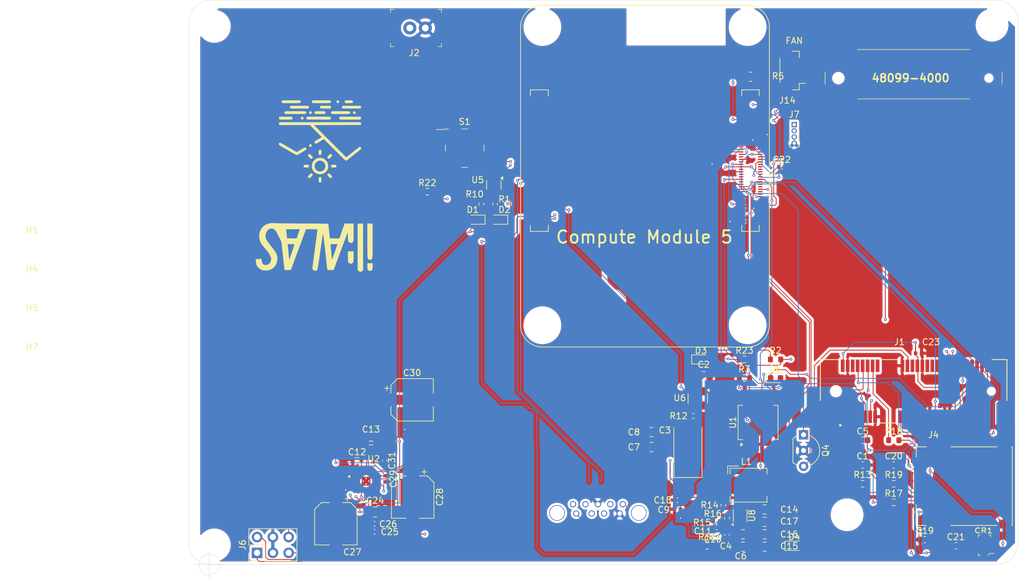
<source format=kicad_pcb>
(kicad_pcb (version 20241229) (generator "pcbnew") (generator_version "9.0")
  (layers (0 "F.Cu" signal) (4 "In1.Cu" power) (6 "In2.Cu" power) (2 "B.Cu" signal) (13 "F.Paste" user) (15 "B.Paste" user) (5 "F.SilkS" user "F.Silkscreen") (7 "B.SilkS" user "B.Silkscreen") (1 "F.Mask" user) (3 "B.Mask" user) (25 "Edge.Cuts" user))
  (net 0 "")
  (net 1 "GND")
  (net 2 "/PCIe-M2/SIM_VDD")
  (net 3 "/CM5_GPIO ( Ethernet, GPIO, SDCARD)/VBAT")
  (net 4 "/CM5_HighSpeed/VBUS")
  (net 5 "/CM5_HighSpeed/+5v")
  (net 6 "/PCIe-M2/M2_3v3")
  (net 7 "/PCIe-M2/FB")
  (net 8 "Net-(CR1-I{slash}O1)")
  (net 9 "Net-(D1-K)")
  (net 10 "Net-(D2-K)")
  (net 11 "Net-(CR1-I{slash}O2)")
  (net 12 "/CM5_GPIO ( Ethernet, GPIO, SDCARD)/nRPIBOOT")
  (net 13 "/CM5_GPIO ( Ethernet, GPIO, SDCARD)/EEPROM_nWP")
  (net 14 "/CM5_GPIO ( Ethernet, GPIO, SDCARD)/SYNC_OUT")
  (net 15 "Net-(R10-Pad2)")
  (net 16 "/+3.3v")
  (net 17 "/CM5_GPIO ( Ethernet, GPIO, SDCARD)/PMIC_ENABLE")
  (net 18 "/CM5_GPIO ( Ethernet, GPIO, SDCARD)/PWR_BUT")
  (net 19 "/CM5_GPIO ( Ethernet, GPIO, SDCARD)/WL_nDis")
  (net 20 "/CM5_GPIO ( Ethernet, GPIO, SDCARD)/BT_nDis")
  (net 21 "Net-(CR1-I{slash}O3)")
  (net 23 "Net-(D3-A)")
  (net 24 "Net-(D4-A)")
  (net 25 "Net-(D6-A)")
  (net 26 "/PCIe-M2/LED_WWAN")
  (net 27 "Net-(U2-MICBIAS_GPI2)")
  (net 28 "Net-(U2-VREF)")
  (net 31 "/+5v")
  (net 33 "/PCIe-M2/W_DISABLE")
  (net 42 "/PCIe-M2/SIM_DATA")
  (net 46 "/CM5_HighSpeed/PCIE_RX_N")
  (net 48 "/CM5_HighSpeed/PCIE_RX_P")
  (net 51 "/CM5_HighSpeed/PCIE_TX_N")
  (net 52 "/PCIe-M2/PERST")
  (net 53 "/CM5_HighSpeed/PCIE_TX_P")
  (net 54 "/CM5_HighSpeed/PCIE_nCLKREQ")
  (net 55 "/CM5_HighSpeed/PCIE_CLK_N")
  (net 56 "/CM5_HighSpeed/PCIE_CLK_P")
  (net 58 "/PCIe-M2/SIM_CLK")
  (net 59 "/PCIe-M2/SIM_RST")
  (net 63 "/CM5_HighSpeed/USB2_P")
  (net 64 "/CM5_HighSpeed/USB2_N")
  (net 65 "/CM5_GPIO ( Ethernet, GPIO, SDCARD)/DREG")
  (net 66 "/CM5_GPIO ( Ethernet, GPIO, SDCARD)/AREG")
  (net 67 "Net-(J6-Pin_2)")
  (net 71 "/CM5_GPIO ( Ethernet, GPIO, SDCARD)/CAM_GPIO0")
  (net 72 "/CM5_GPIO ( Ethernet, GPIO, SDCARD)/CAM_GPIO1")
  (net 74 "/CM5_GPIO ( Ethernet, GPIO, SDCARD)/SDA0")
  (net 75 "/CM5_GPIO ( Ethernet, GPIO, SDCARD)/ID_SC")
  (net 77 "/CM5_GPIO ( Ethernet, GPIO, SDCARD)/ID_SD")
  (net 81 "/CM5_GPIO ( Ethernet, GPIO, SDCARD)/SD_DAT1")
  (net 82 "/CM5_GPIO ( Ethernet, GPIO, SDCARD)/SD_DAT0")
  (net 83 "/CM5_GPIO ( Ethernet, GPIO, SDCARD)/SD_CLK")
  (net 84 "/CM5_GPIO ( Ethernet, GPIO, SDCARD)/SD_CMD")
  (net 85 "/CM5_GPIO ( Ethernet, GPIO, SDCARD)/SD_DAT3")
  (net 86 "/CM5_GPIO ( Ethernet, GPIO, SDCARD)/SD_DAT2")
  (net 87 "/CM5_GPIO ( Ethernet, GPIO, SDCARD)/GPIO2")
  (net 88 "/CM5_GPIO ( Ethernet, GPIO, SDCARD)/GPIO3")
  (net 89 "/CM5_GPIO ( Ethernet, GPIO, SDCARD)/GPIO4")
  (net 90 "/CM5_GPIO ( Ethernet, GPIO, SDCARD)/GPIO14")
  (net 91 "/CM5_GPIO ( Ethernet, GPIO, SDCARD)/GPIO15")
  (net 92 "/CM5_GPIO ( Ethernet, GPIO, SDCARD)/GPIO17")
  (net 93 "/CM5_GPIO ( Ethernet, GPIO, SDCARD)/GPIO18")
  (net 94 "/CM5_GPIO ( Ethernet, GPIO, SDCARD)/GPIO27")
  (net 95 "/CM5_GPIO ( Ethernet, GPIO, SDCARD)/GPIO22")
  (net 96 "/CM5_GPIO ( Ethernet, GPIO, SDCARD)/GPIO23")
  (net 97 "/CM5_GPIO ( Ethernet, GPIO, SDCARD)/GPIO24")
  (net 98 "/CM5_GPIO ( Ethernet, GPIO, SDCARD)/GPIO10")
  (net 99 "/CM5_GPIO ( Ethernet, GPIO, SDCARD)/GPIO9")
  (net 100 "/CM5_GPIO ( Ethernet, GPIO, SDCARD)/GPIO25")
  (net 101 "/CM5_GPIO ( Ethernet, GPIO, SDCARD)/GPIO11")
  (net 102 "/CM5_GPIO ( Ethernet, GPIO, SDCARD)/GPIO8")
  (net 103 "/CM5_GPIO ( Ethernet, GPIO, SDCARD)/GPIO7")
  (net 104 "/CM5_GPIO ( Ethernet, GPIO, SDCARD)/GPIO5")
  (net 105 "/CM5_GPIO ( Ethernet, GPIO, SDCARD)/GPIO6")
  (net 106 "/CM5_GPIO ( Ethernet, GPIO, SDCARD)/GPIO12")
  (net 107 "/CM5_GPIO ( Ethernet, GPIO, SDCARD)/GPIO13")
  (net 108 "/CM5_GPIO ( Ethernet, GPIO, SDCARD)/GPIO19")
  (net 109 "/CM5_GPIO ( Ethernet, GPIO, SDCARD)/GPIO16")
  (net 110 "/CM5_GPIO ( Ethernet, GPIO, SDCARD)/GPIO26")
  (net 111 "/CM5_GPIO ( Ethernet, GPIO, SDCARD)/GPIO20")
  (net 112 "/CM5_GPIO ( Ethernet, GPIO, SDCARD)/GPIO21")
  (net 127 "/CM5_GPIO ( Ethernet, GPIO, SDCARD)/SCL0")
  (net 128 "/CM5_HighSpeed/HDMI1_D2_N")
  (net 129 "/CM5_HighSpeed/HDMI1_D2_P")
  (net 130 "/CC1")
  (net 134 "/CC2")
  (net 136 "/CM5_HighSpeed/USB3-0-D_N")
  (net 137 "/CM5_HighSpeed/USB3-0-D_P")
  (net 138 "/CM5_HighSpeed/USB3-0-RX_N")
  (net 139 "/CM5_HighSpeed/USB3-0-RX_P")
  (net 140 "/CM5_HighSpeed/USB3-0-TX_N")
  (net 141 "/CM5_HighSpeed/USB3-0-TX_P")
  (net 142 "/CM5_HighSpeed/USB3-1-D_N")
  (net 143 "/CM5_HighSpeed/USB3-1-D_P")
  (net 144 "/CM5_HighSpeed/USB3-1-RX_N")
  (net 145 "/CM5_HighSpeed/USB3-1-RX_P")
  (net 146 "/CM5_HighSpeed/USB3-1-TX_N")
  (net 147 "/CM5_HighSpeed/USB3-1-TX_P")
  (net 148 "/CM5_GPIO ( Ethernet, GPIO, SDCARD)/TACHO")
  (net 149 "/CM5_GPIO ( Ethernet, GPIO, SDCARD)/PWM")
  (net 166 "Net-(J6-Pin_6)")
  (net 167 "Net-(J6-Pin_1)")
  (net 168 "Net-(R22-Pad2)")
  (net 172 "Net-(U8-LX)")
  (net 173 "/CM5_GPIO ( Ethernet, GPIO, SDCARD)/TRD3_P")
  (net 174 "/CM5_GPIO ( Ethernet, GPIO, SDCARD)/TRD1_P")
  (net 175 "/CM5_GPIO ( Ethernet, GPIO, SDCARD)/TRD3_N")
  (net 176 "/CM5_GPIO ( Ethernet, GPIO, SDCARD)/TRD1_N")
  (net 177 "/CM5_GPIO ( Ethernet, GPIO, SDCARD)/TRD2_N")
  (net 178 "/CM5_GPIO ( Ethernet, GPIO, SDCARD)/TRD0_N")
  (net 179 "/CM5_GPIO ( Ethernet, GPIO, SDCARD)/TRD2_P")
  (net 180 "/CM5_GPIO ( Ethernet, GPIO, SDCARD)/TRD0_P")
  (net 181 "/CM5_GPIO ( Ethernet, GPIO, SDCARD)/ETH_LEDY")
  (net 182 "/CM5_GPIO ( Ethernet, GPIO, SDCARD)/ETH_LEDG")
  (net 183 "Net-(Module1A-LED_nACT)")
  (net 189 "/CM5_GPIO ( Ethernet, GPIO, SDCARD)/SD_PWR_ON")
  (net 190 "/CM5_GPIO ( Ethernet, GPIO, SDCARD)/GPIO_VREF")
  (net 191 "/CM5_GPIO ( Ethernet, GPIO, SDCARD)/+1.8v")
  (net 192 "/CM5_GPIO ( Ethernet, GPIO, SDCARD)/nPWR_LED")
  (net 193 "/CM5_HighSpeed/PCIE_PWR_EN")
  (net 194 "/CM5_HighSpeed/PCIE_nWAKE")
  (net 195 "/CM5_HighSpeed/PCIE_nRST")
  (net 196 "/CM5_HighSpeed/VBUS_EN")
  (net 197 "Net-(U6-ILIM)")
  (net 202 "Net-(J6-Pin_5)")
  (net 204 "/CM5_HighSpeed/USBOTG_ID")
  (footprint "Resistor_SMD:R_0402_1005Metric" (layer "F.Cu") (at 152.7 102 90)
    (property "Reference" "R10")
    (property "Value" "1k")
  )
  (footprint "LED_SMD:LED_0603_1608Metric" (layer "F.Cu") (at 155.45 104.5 180)
    (property "Reference" "D2")
    (property "Value" "LED Green")
  )
  (footprint "LED_SMD:LED_0603_1608Metric" (layer "F.Cu") (at 151.8 104.5 180)
    (property "Reference" "D1")
    (property "Value" "LED Red")
  )
  (footprint "Resistor_SMD:R_0402_1005Metric" (layer "F.Cu") (at 154.9 102 90)
    (property "Reference" "R1")
    (property "Value" "1k")
  )
  (footprint "Package_TO_SOT_SMD:SOT-353_SC-70-5" (layer "F.Cu") (at 154.7 98.9 -90)
    (property "Reference" "U5")
    (property "Value" "74LVC1G07SE-7")
  )
  (footprint "CM5IO:MountingHole_2.7mm_M2.5_DIN965" (layer "F.Cu") (at 109.75 156.85)
    (property "Reference" "H2" (hide yes))
    (property "Value" "MountingHole")
  )
  (footprint "CM5IO:MountingHole_2.7mm_M2.5_DIN965" (layer "F.Cu") (at 109.75 73.4)
    (property "Reference" "H3" (hide yes))
    (property "Value" "MountingHole")
  )
  (footprint "CM5IO:MountingHole_2.7mm_M2.5_DIN965" (layer "F.Cu") (at 234.81 73.2)
    (property "Reference" "H6" (hide yes))
    (property "Value" "MountingHole")
  )
  (footprint "CM5IO:MountingHole_2.7mm_M2.5_DIN965" (layer "F.Cu") (at 211.5 152)
    (property "Reference" "H8" (hide yes))
    (property "Value" "MountingHole")
  )
  (footprint "Resistor_SMD:R_0805_2012Metric_Pad1.20x1.40mm_HandSolder" (layer "F.Cu") (at 196 81.5)
    (property "Reference" "R5")
    (property "Value" "0R")
  )
  (footprint "Package_DFN_QFN:DFN-8-1EP_2x2mm_P0.5mm_EP1.05x1.75mm" (layer "F.Cu") (at 194.3 152.1425 90)
    (property "Reference" "U8")
    (property "Value" "AP3441SHE-7B")
  )
  (footprint "Capacitor_SMD:C_0402_1005Metric" (layer "F.Cu") (at 201 96)
    (property "Reference" "C22")
    (property "Value" "100n")
  )
  (footprint "Capacitor_SMD:C_0805_2012Metric" (layer "F.Cu") (at 194.75 157.1425)
    (property "Reference" "C6")
    (property "Value" "10u")
  )
  (footprint "Capacitor_SMD:C_0805_2012Metric" (layer "F.Cu") (at 198.25 155.1425 180)
    (property "Reference" "C16")
    (property "Value" "10u")
  )
  (footprint "Capacitor_SMD:CP_Elec_6.3x5.9" (layer "F.Cu") (at 141.55 133.5)
    (property "Reference" "C30")
    (property "Value" "10uF")
  )
  (footprint "Resistor_SMD:R_0603_1608Metric" (layer "F.Cu") (at 144 100)
    (property "Reference" "R22")
    (property "Value" "1K")
  )
  (footprint "digikey-footprints:PinHeader_1x2_P2.5mm_Drill1.1mm" (layer "F.Cu") (at 143.68 73.655 180)
    (property "Reference" "J2")
    (property "Value" "B2B-XH-A_LF__SN_")
  )
  (footprint "digikey-footprints:0603" (layer "F.Cu") (at 134.95 140.45)
    (property "Reference" "C13")
    (property "Value" "1uF")
  )
  (footprint "Capacitor_SMD:C_0402_1005Metric" (layer "F.Cu") (at 192.2 155.2275 -90)
    (property "Reference" "C10")
    (property "Value" "100n")
  )
  (footprint "Capacitor_SMD:C_0402_1005Metric" (layer "F.Cu") (at 190.5 154.0425)
    (property "Reference" "C11")
    (property "Value" "4.7nF")
  )
  (footprint "Resistor_SMD:R_0603_1608Metric" (layer "F.Cu") (at 189 157)
    (property "Reference" "R11")
    (property "Value" "330")
  )
  (footprint "Capacitor_SMD:C_0805_2012Metric" (layer "F.Cu") (at 180.05 138.7)
    (property "Reference" "C8")
    (property "Value" "10u")
  )
  (footprint "Capacitor_SMD:C_0603_1608Metric" (layer "F.Cu") (at 219 144)
    (property "Reference" "C20")
    (property "Value" "33pF")
  )
  (footprint "0679105700:MOLEX_67910-5700" (layer "F.Cu") (at 222.2 132.121)
    (property "Reference" "J1")
    (property "Value" "67910-5700")
  )
  (footprint "Resistor_SMD:R_0603_1608Metric" (layer "F.Cu") (at 219 147)
    (property "Reference" "R19")
    (property "Value" "15K")
  )
  (footprint "Connector_JST:JST_SH_BM04B-SRSS-TB_1x04-1MP_P1.00mm_Vertical" (layer "F.Cu") (at 202.7 80.5 90)
    (property "Reference" "J14")
    (property "Value" "JST_SHBM04B-SRSS-TB")
  )
  (footprint "Capacitor_SMD:C_0402_1005Metric" (layer "F.Cu") (at 137.15 143.27 -90)
    (property "Reference" "C31")
    (property "Value" "100n")
  )
  (footprint "digikey-footprints:Switch_Tactile_SMD_6x6mm_PTS645" (layer "F.Cu") (at 150 93)
    (property "Reference" "S1")
    (property "Value" "PTS645SM43SMTR92_LFS")
  )
  (footprint "Capacitor_SMD:C_0805_2012Metric" (layer "F.Cu") (at 188.4375 129.7 180)
    (property "Reference" "C2")
    (property "Value" "10u")
  )
  (footprint "Capacitor_Tantalum_SMD:CP_EIA-7343-31_Kemet-D" (layer "F.Cu") (at 185.9 141.5875 90)
    (property "Reference" "C3")
    (property "Value" "100uF")
  )
  (footprint "CM5IO:MountingHole_2.7mm_M2.5_DIN965" (layer "F.Cu") (at 80.43 115.81)
    (property "Reference" "H4")
    (property "Value" "MountingHole")
  )
  (footprint "Logo Footprints:Ridgeline" (layer "F.Cu") (at 126.73 91.9 180)
    (property "Reference" "G***" (hide yes))
    (property "Value" "LOGO" (hide yes))
  )
  (footprint "Capacitor_SMD:C_0805_2012Metric" (layer "F.Cu") (at 198.2375 153.1425 180)
    (property "Reference" "C17")
    (property "Value" "10u")
  )
  (footprint "Connector_PinHeader_1.00mm:PinHeader_1x04_P1.00mm_Vertical" (layer "F.Cu") (at 203 89.2)
    (property "Reference" "J7")
    (property "Value" "Conn_01x04")
  )
  (footprint "CM5IO:MountingHole_2.7mm_M2.5_DIN965" (layer "F.Cu") (at 80.43 128.31)
    (property "Reference" "H7")
    (property "Value" "MountingHole")
  )
  (footprint "Resistor_SMD:R_0603_1608Metric" (layer "F.Cu") (at 214 147)
    (property "Reference" "R13")
    (property "Value" "22R")
  )
  (footprint "Capacitor_SMD:C_0402_1005Metric" (layer "F.Cu") (at 135.52 153.45)
    (property "Reference" "C26")
    (property "Value" "100n")
  )
  (footprint "Resistor_SMD:R_0603_1608Metric" (layer "F.Cu") (at 219 150)
    (property "Reference" "R17")
    (property "Value" "22R")
  )
  (footprint "Package_TO_SOT_SMD:SOT-23-6" (layer "F.Cu") (at 187.5 133.2625 -90)
    (property "Reference" "U6")
    (property "Value" "AP22653W6")
  )
  (footprint "CM5IO:L_Bourns_SRP5030CC" (layer "F.Cu") (at 195.65 147.2425)
    (property "Reference" "L1")
    (property "Value" "2.2uH")
  )
  (footprint "TLV320ADC6120IRTER:IC_TLV320ADC6120IRTER" (layer "F.Cu") (at 134.15 146.6)
    (property "Reference" "U2")
    (property "Value" "TLV320ADC6120IRTER")
  )
  (footprint "Capacitor_SMD:C_0402_1005Metric" (layer "F.Cu") (at 184.23 149.65 180)
    (property "Reference" "C18")
    (property "Value" "100n")
  )
  (footprint "LED_SMD:LED_0603_1608Metric" (layer "F.Cu") (at 188 127)
    (property "Reference" "D3")
    (property "Value" "LED Red")
  )
  (footprint "Resistor_SMD:R_0603_1608Metric" (layer "F.Cu") (at 200 127)
    (property "Reference" "R2")
    (property "Value" "330")
  )
  (footprint "Package_SO:SOIC-8_5.3x6.2mm_P1.27mm" (layer "F.Cu") (at 197.185 137.15 90)
    (property "Reference" "U1")
    (property "Value" "CAT24C128")
  )
  (footprint "Capacitor_SMD:C_0402_1005Metric" (layer "F.Cu") (at 135.52 154.75)
    (property "Reference" "C25")
    (property "Value" "100n")
  )
  (footprint "Capacitor_SMD:C_0603_1608Metric" (layer "F.Cu") (at 214 144)
    (property "Reference" "C1")
    (property "Value" "0.1uF")
  )
  (footprint "Resistor_SMD:R_0402_1005Metric" (layer "F.Cu") (at 192.2 152.5575 90)
    (property "Reference" "R16")
    (property "Value" "2.2K 1%")
  )
  (footprint "Capacitor_SMD:C_0603_1608Metric" (layer "F.Cu") (at 224 156)
    (property "Reference" "C19")
    (property "Value" "33pF")
  )
  (footprint "Capacitor_SMD:C_0805_2012Metric" (layer "F.Cu") (at 180.0625 141.1)
    (property "Reference" "C7")
    (property "Value" "10u")
  )
  (footprint "KiCad:480994000" (layer "F.Cu") (at 222.2 81.721)
    (property "Reference" "48099-4000 ")
    (property "Value" "480994000" (hide yes))
  )
  (footprint "Logo Footprints:Alas" (layer "F.Cu") (at 125.73 108.9 180)
    (property "Reference" "G***" (hide yes))
    (property "Value" "LOGO" (hide yes))
  )
  (footprint "digikey-footprints:SOT23-6L" (layer "F.Cu") (at 233.6 156.9 90)
    (property "Reference" "CR1")
    (property "Value" "DALC208SC6")
  )
  (footprint "Resistor_SMD:R_0402_1005Metric" (layer "F.Cu") (at 190.5 153.0425)
    (property "Reference" "R15")
    (property "Value" "10K 1%")
  )
  (footprint "Resistor_SMD:R_0402_1005Metric" (layer "F.Cu") (at 186.8 136.1 180)
    (property "Reference" "R12")
    (property "Value" "15K 1%")
  )
  (footprint "Connector_PinHeader_2.54mm:PinHeader_2x03_P2.54mm_Vertical" (layer "F.Cu") (at 116.625 158.125 90)
    (property "Reference" "J6")
    (property "Value" "Conn_02x03_Counter_Clockwise")
  )
  (footprint "Resistor_SMD:R_0603_1608Metric" (layer "F.Cu") (at 195 130)
    (property "Reference" "R3")
    (property "Value" "330")
  )
  (footprint "Capacitor_SMD:C_0805_2012Metric" (layer "F.Cu") (at 198.25 157.1425 180)
    (property "Reference" "C15")
    (property "Value" "10u")
  )
  (footprint "digikey-footprints:0805" (layer "F.Cu") (at 135.6 151.55)
    (property "Reference" "C24")
    (property "Value" "1uF")
  )
  (footprint "Capacitor_SMD:C_0805_2012Metric" (layer "F.Cu") (at 198.25 151.1425 180)
    (property "Reference" "C14")
    (property "Value" "10u")
  )
  (footprint "Capacitor_SMD:C_0402_1005Metric" (layer "F.Cu") (at 184.22 151.1 180)
    (property "Reference" "C9")
    (property "Value" "100n")
  )
  (footprint "Resistor_SMD:R_0603_1608Metric" (layer "F.Cu") (at 219 140)
    (property "Reference" "R18")
    (property "Value" "22R")
  )
  (footprint "Capacitor_SMD:CP_Elec_6.3x5.9" (layer "F.Cu") (at 141.65 149.15 -90)
    (property "Reference" "C28")
    (property "Value" "10uF")
  )
  (footprint "Package_TO_SOT_THT:TO-92L_Inline_Wide" (layer "F.Cu") (at 204.5 139.12 -90)
    (property "Reference" "Q4")
    (property "Value" "DTC143Z")
  )
  (footprint "Resistor_SMD:R_0402_1005Metric" (layer "F.Cu") (at 191.6 150.4575 -90)
    (property "Reference" "R14")
    (property "Value" "100K 1%")
  )
  (footprint "Capacitor_SMD:CP_Elec_6.3x5.9" (layer "F.Cu") (at 129.3 153.45 -90)
    (property "Reference" "C27")
    (property "Value" "10uF")
  )
  (footprint "Resistor_SMD:R_0603_1608Metric" (layer "F.Cu") (at 195 127)
    (property "Reference" "R23")
    (property "Value" "10K")
  )
  (footprint "Capacitor_SMD:C_0603_1608Metric" (layer "F.Cu") (at 229 157)
    (property "Reference" "C21")
    (property "Value" "33pF")
  )
  (footprint "CM5IO:MountingHole_2.7mm_M2.5_DIN965" (layer "F.Cu") (at 80.43 109.56)
    (property "Reference" "H1")
    (property "Value" "MountingHole")
  )
  (footprint "Capacitor_SMD:C_0402_1005Metric" (layer "F.Cu") (at 137.35 146.22 -90)
    (property "Reference" "C29")
    (property "Value" "100n")
  )
  (footprint "CM5IO:Raspberry-Pi-5-Compute-Module" (layer "F.Cu") (at 195.5 73.5 180)
    (property "Reference" "Module1" (hide yes))
    (property "Value" "ComputeModule5-CM5")
  )
  (footprint "Connector_USB:C168717" (layer "F.Cu") (at 171.43 151.7)
    (property "Reference" "J5" (hide yes))
    (property "Value" "USB3_A")
  )
  (footprint "0786463001:MOLEX_0786463001" (layer "F.Cu") (at 230.345 147.395)
    (property "Reference" "J4")
    (property "Value" "0786463001")
  )
  (footprint "Capacitor_SMD:C_0402_1005Metric" (layer "F.Cu") (at 223 126)
    (property "Reference" "C23")
    (property "Value" "100n")
  )
  (footprint "LED_SMD:LED_0603_1608Metric" (layer "F.Cu") (at 203 157)
    (property "Reference" "D4")
    (property "Value" "LED Red")
  )
  (footprint "Capacitor_SMD:C_0805_2012Metric" (layer "F.Cu") (at 194.75 155.1425)
    (property "Reference" "C4")
    (property "Value" "10u")
  )
  (footprint "digikey-footprints:0603" (layer "F.Cu") (at 132.7 143.1 180)
    (property "Reference" "C12")
    (property "Value" "1uF")
  )
  (footprint "Capacitor_SMD:C_0603_1608Metric" (layer "F.Cu") (at 214 140)
    (property "Reference" "C5")
    (property "Value" "33pF")
  )
  (footprint "CM5IO:MountingHole_2.7mm_M2.5_DIN965" (layer "F.Cu") (at 80.43 122.06)
    (property "Reference" "H5")
    (property "Value" "MountingHole")
  )
  (footprint "LED_SMD:LED_0603_1608Metric" (layer "F.Cu") (at 200 130)
    (property "Reference" "D6")
    (property "Value" "LED Red")
  )
  (gr_line (start 239 156.5) (end 239 72.7) (stroke (width 0.05)) (layer "Edge.Cuts"))
  (gr_line (start 235.5 69.2) (end 109.14 69.174874) (stroke (width 0.05)) (layer "Edge.Cuts"))
  (gr_line (start 105.64 156.5) (end 105.64 72.6749) (stroke (width 0.05)) (layer "Edge.Cuts"))
  (gr_arc (start 105.64 72.674874) (mid 106.665126 70.2) (end 109.14 69.174874) (stroke (width 0.05)) (layer "Edge.Cuts"))
  (gr_line (start 109.14 160) (end 235.5 160) (stroke (width 0.05)) (layer "Edge.Cuts"))
  (gr_arc (start 109.14 160) (mid 106.665126 158.974874) (end 105.64 156.5) (stroke (width 0.05)) (layer "Edge.Cuts"))
  (gr_arc (start 235.5 69.2) (mid 237.974874 70.225126) (end 239 72.7) (stroke (width 0.05)) (layer "Edge.Cuts"))
  (gr_arc (start 239 156.5) (mid 237.974874 158.974874) (end 235.5 160) (stroke (width 0.05)) (layer "Edge.Cuts"))
  (gr_text "FAN" (at 203 75.7 0) (layer "F.SilkS") (effects (font (size 1 1))))
  (gr_text "Compute Module 5" (at 178.9 107.3 0) (layer "F.SilkS") (effects (font (size 2 2) (thickness 0.3))))
  (target plus (at 108.95 159.99) (size 5) (width 0.05) (layer "Edge.Cuts"))
  (segment (start 163.54 98.8) (end 160.46 98.8) (width 0.13) (layer "F.Cu") (net 1))
  (segment (start 163.54 102.4) (end 160.46 102.4) (width 0.13) (layer "F.Cu") (net 1))
  (segment (start 194.46 102.4) (end 193.4 102.4) (width 0.13) (layer "F.Cu") (net 1))
  (segment (start 196.5 101.95) (end 196.5 102.65) (width 0.13) (layer "F.Cu") (net 1))
  (segment (start 132.9 148) (end 130.9 148) (width 0.13) (layer "F.Cu") (net 1))
  (segment (start 193.4 102.4) (end 193.3 102.5) (width 0.13) (layer "F.Cu") (net 1))
  (segment (start 197.54 90.8) (end 198.65 90.8) (width 0.13) (layer "F.Cu") (net 1))
  (segment (start 193.1 98.8) (end 193 98.7) (width 0.13) (layer "F.Cu") (net 1))
  (segment (start 196.5 101.45) (end 196.5 101.95) (width 0.13) (layer "F.Cu") (net 1))
  (segment (start 194.46 90.4) (end 193.35 90.4) (width 0.13) (layer "F.Cu") (net 1))
  (segment (start 193.3 103.45) (end 193.15 103.6) (width 0.13) (layer "F.Cu") (net 1))
  (segment (start 194.46 100.8) (end 195.2 100.8) (width 0.13) (layer "F.Cu") (net 1))
  (segment (start 195.2 100.8) (end 195.35 100.95) (width 0.13) (layer "F.Cu") (net 1))
  (segment (start 197.54 93.2) (end 197.06 93.2) (width 0.13) (layer "F.Cu") (net 1))
  (segment (start 161.6 96.4) (end 161.9 96.7) (width 0.13) (layer "F.Cu") (net 1))
  (segment (start 193.25 90.5) (end 193.25 91.9) (width 0.13) (layer "F.Cu") (net 1))
  (segment (start 197.06 93.2) (end 196.35 92.49) (width 0.13) (layer "F.Cu") (net 1))
  (segment (start 200.3 93.2) (end 197.54 93.2) (width 0.13) (layer "F.Cu") (net 1))
  (segment (start 191.1 96.8) (end 189.8 95.5) (width 0.13) (layer "F.Cu") (net 1))
  (segment (start 195.35 102.2) (end 195.15 102.4) (width 0.13) (layer "F.Cu") (net 1))
  (segment (start 163.54 91.6) (end 160.46 91.6) (width 0.13) (layer "F.Cu") (net 1))
  (segment (start 193.25 91.9) (end 193.35 92) (width 0.13) (layer "F.Cu") (net 1))
  (segment (start 199.95 94.45) (end 200.5 93.9) (width 0.13) (layer "F.Cu") (net 1))
  (segment (start 135.4 148) (end 136.65 149.25) (width 0.13) (layer "F.Cu") (net 1))
  (segment (start 161.9 97.2) (end 161.9 96.7) (width 0.13) (layer "F.Cu") (net 1))
  (segment (start 161.9 96.7) (end 161 97.6) (width 0.13) (layer "F.Cu") (net 1))
  (segment (start 196.5 102) (end 196.9 102.4) (width 0.13) (layer "F.Cu") (net 1))
  (segment (start 163.54 85.6) (end 160.46 85.6) (width 0.13) (layer "F.Cu") (net 1))
  (segment (start 163.54 89.2) (end 160.46 89.2) (width 0.13) (layer "F.Cu") (net 1))
  (segment (start 197.54 103.6) (end 196.85 103.6) (width 0.13) (layer "F.Cu") (net 1))
  (segment (start 195.6 94.8) (end 195.65 94.75) (width 0.13) (layer "F.Cu") (net 1))
  (segment (start 194.46 98.8) (end 193.1 98.8) (width 0.13) (layer "F.Cu") (net 1))
  (segment (start 163.54 101.2) (end 160.46 101.2) (width 0.13) (layer "F.Cu") (net 1))
  (segment (start 196.5 101.95) (end 196.5 102) (width 0.13) (layer "F.Cu") (net 1))
  (segment (start 135.4 145.2) (end 135.544 145.056) (width 0.13) (layer "F.Cu") (net 1))
  (segment (start 196.4 100.55) (end 196.4 101.35) (width 0.13) (layer "F.Cu") (net 1))
  (segment (start 163.54 94) (end 160.46 94) (width 0.13) (layer "F.Cu") (net 1))
  (segment (start 163.54 86.8) (end 160.46 86.8) (width 0.13) (layer "F.Cu") (net 1))
  (segment (start 196.5 103.25) (end 196.5 102.65) (width 0.13) (layer "F.Cu") (net 1))
  (segment (start 196.85 103.6) (end 196.5 103.25) (width 0.13) (layer "F.Cu") (net 1))
  (segment (start 196.65 92) (end 196.35 91.7) (width 0.13) (layer "F.Cu") (net 1))
  (segment (start 200.5 93.9) (end 200.5 93.4) (width 0.13) (layer "F.Cu") (net 1))
  (segment (start 194.46 85.6) (end 193.55 85.6) (width 0.13) (layer "F.Cu") (net 1))
  (segment (start 195.15 102.4) (end 194.46 102.4) (width 0.13) (layer "F.Cu") (net 1))
  (segment (start 132 144.3) (end 132 143.1) (width 0.13) (layer "F.Cu") (net 1))
  (segment (start 137.512038 143.75) (end 139.08 142.182038) (width 0.13) (layer "F.Cu") (net 1))
  (segment (start 196.2 99.95) (end 196.6 100.35) (width 0.13) (layer "F.Cu") (net 1))
  (segment (start 196.2 99.087962) (end 196.2 99.95) (width 0.13) (layer "F.Cu") (net 1))
  (segment (start 135.544 145.056) (end 138.956039 145.056) (width 0.13) (layer "F.Cu") (net 1))
  (segment (start 200.5 93.4) (end 200.3 93.2) (width 0.13) (layer "F.Cu") (net 1))
  (segment (start 162.3 97.6) (end 161.9 97.2) (width 0.13) (layer "F.Cu") (net 1))
  (segment (start 139.08 139.56) (end 140.36 138.28) (width 0.13) (layer "F.Cu") (net 1))
  (segment (start 163.54 92.8) (end 160.46 92.8) (width 0.13) (layer "F.Cu") (net 1))
  (segment (start 196.35 92.49) (end 196.35 91.7) (width 0.13) (layer "F.Cu") (net 1))
  (segment (start 161 97.6) (end 160.46 97.6) (width 0.13) (layer "F.Cu") (net 1))
  (segment (start 163.54 88) (end 160.46 88) (width 0.13) (layer "F.Cu") (net 1))
  (segment (start 193.1 103.6) (end 192.65 104.05) (width 0.13) (layer "F.Cu") (net 1))
  (segment (start 136.65 149.25) (end 136.65 151.55) (width 0.13) (layer "F.Cu") (net 1))
  (segment (start 193.55 85.6) (end 193.5 85.65) (width 0.13) (layer "F.Cu") (net 1))
  (segment (start 194.46 96.8) (end 191.1 96.8) (width 0.13) (layer "F.Cu") (net 1))
  (segment (start 132.9 145.2) (end 132 144.3) (width 0.13) (layer "F.Cu") (net 1))
  (segment (start 196.6 100.35) (end 196.4 100.55) (width 0.13) (layer "F.Cu") (net 1))
  (segment (start 192.65 104.05) (end 192.65 104.8) (width 0.13) (layer "F.Cu") (net 1))
  (segment (start 163.54 97.6) (end 162.3 97.6) (width 0.13) (layer "F.Cu") (net 1))
  (segment (start 193.3 102.5) (end 193.3 103.45) (width 0.13) (layer "F.Cu") (net 1))
  (segment (start 160.46 96.4) (end 161.6 96.4) (width 0.13) (layer "F.Cu") (net 1))
  (segment (start 197.54 98.4) (end 196.887962 98.4) (width 0.13) (layer "F.Cu") (net 1))
  (segment (start 197.49 100.35) (end 196.6 100.35) (width 0.13) (layer "F.Cu") (net 1))
  (segment (start 194.46 104.8) (end 192.65 104.8) (width 0.13) (layer "F.Cu") (net 1))
  (segment (start 139.08 142.182038) (end 139.08 140.97) (width 0.13) (layer "F.Cu") (net 1))
  (segment (start 197.54 92) (end 196.65 92) (width 0.13) (layer "F.Cu") (net 1))
  (segment (start 139.08 140.97) (end 139.08 139.56) (width 0.13) (layer "F.Cu") (net 1))
  (segment (start 196.887962 98.4) (end 196.2 99.087962) (width 0.13) (layer "F.Cu") (net 1))
  (segment (start 194.46 92) (end 193.35 92) (width 0.13) (layer "F.Cu") (net 1))
  (segment (start 197.54 94.4) (end 199.9 94.4) (width 0.13) (layer "F.Cu") (net 1))
  (segment (start 163.54 103.6) (end 160.46 103.6) (width 0.13) (layer "F.Cu") (net 1))
  (segment (start 194.46 103.6) (end 193.15 103.6) (width 0.13) (layer "F.Cu") (net 1))
  (segment (start 137.15 143.75) (end 137.512038 143.75) (width 0.13) (layer "F.Cu") (net 1))
  (segment (start 199.9 94.4) (end 199.95 94.45) (width 0.13) (layer "F.Cu") (net 1))
  (segment (start 138.956039 145.056) (end 140.2 143.812039) (width 0.13) (layer "F.Cu") (net 1))
  (segment (start 196.9 102.4) (end 197.54 102.4) (width 0.13) (layer "F.Cu") (net 1))
  (segment (start 163.54 90.4) (end 160.46 90.4) (width 0.13) (layer "F.Cu") (net 1))
  (segment (start 194.46 94.8) (end 195.6 94.8) (width 0.13) (layer "F.Cu") (net 1))
  (segment (start 194.46 93.2) (end 193.55 93.2) (width 0.13) (layer "F.Cu") (net 1))
  (segment (start 196.4 101.35) (end 196.5 101.45) (width 0.13) (layer "F.Cu") (net 1))
  (segment (start 193.35 90.4) (end 193.25 90.5) (width 0.13) (layer "F.Cu") (net 1))
  (segment (start 193.15 103.6) (end 193.1 103.6) (width 0.13) (layer "F.Cu") (net 1))
  (segment (start 197.54 100.4) (end 197.49 100.35) (width 0.13) (layer "F.Cu") (net 1))
  (segment (start 163.54 100) (end 160.46 100) (width 0.13) (layer "F.Cu") (net 1))
  (segment (start 195.35 100.95) (end 195.35 102.2) (width 0.13) (layer "F.Cu") (net 1))
  (via (at 192.65 104.8) (size 0.45) (drill 0.2) (layers "F.Cu" "B.Cu") (net 1))
  (via (at 189.8 95.5) (size 0.45) (drill 0.2) (layers "F.Cu" "B.Cu") (net 1))
  (via (at 130.9 148) (size 0.45) (drill 0.2) (layers "F.Cu" "B.Cu") (net 1))
  (via (at 196.5 102.65) (size 0.45) (drill 0.2) (layers "F.Cu" "B.Cu") (net 1))
  (via (at 140.36 138.28) (size 0.45) (drill 0.2) (layers "F.Cu" "B.Cu") (net 1))
  (via (at 198.65 90.8) (size 0.45) (drill 0.2) (layers "F.Cu" "B.Cu") (net 1))
  (via (at 196.35 91.7) (size 0.45) (drill 0.2) (layers "F.Cu" "B.Cu") (net 1))
  (segment (start 140.36 138.28) (end 140.43 138.35) (width 0.13) (layer "B.Cu") (net 1))
  (segment (start 213.225 144) (end 213.225 145.175) (width 0.13) (layer "F.Cu") (net 2))
  (segment (start 232.45 157.85) (end 232.45 158.65) (width 0.13) (layer "F.Cu") (net 2))
  (segment (start 213.3 130.75) (end 213.3 130.45) (width 0.13) (layer "F.Cu") (net 2))
  (segment (start 232.3 158.8) (end 222.5 158.8) (width 0.13) (layer "F.Cu") (net 2))
  (segment (start 221.3 143.2) (end 220.5 142.4) (width 0.13) (layer "F.Cu") (net 2))
  (segment (start 213.5 145.5) (end 215.45 145.5) (width 0.13) (layer "F.Cu") (net 2))
  (segment (start 221.45 144.1) (end 221.3 143.95) (width 0.13) (layer "F.Cu") (net 2))
  (segment (start 218.175 147) (end 218.175 144.05) (width 0.13) (layer "F.Cu") (net 2))
  (segment (start 216.95 147) (end 218.175 147) (width 0.13) (layer "F.Cu") (net 2))
  (segment (start 232.45 158.65) (end 232.3 158.8) (width 0.13) (layer "F.Cu") (net 2))
  (segment (start 213.225 145.175) (end 213.2 145.2) (width 0.13) (layer "F.Cu") (net 2))
  (segment (start 222.5 158.8) (end 221.8 158.1) (width 0.13) (layer "F.Cu") (net 2))
  (segment (start 220.5 142.4) (end 218.5 142.4) (width 0.13) (layer "F.Cu") (net 2))
  (segment (start 221.3 143.95) (end 221.3 143.2) (width 0.13) (layer "F.Cu") (net 2))
  (segment (start 218.225 142.675) (end 218.225 144) (width 0.13) (layer "F.Cu") (net 2))
  (segment (start 215.45 145.5) (end 216.95 147) (width 0.13) (layer "F.Cu") (net 2))
  (segment (start 221.99 144.64) (end 221.45 144.1) (width 0.13) (layer "F.Cu") (net 2))
  (segment (start 213.3 130.45) (end 213.2875 130.4375) (width 0.13) (layer "F.Cu") (net 2))
  (segment (start 213.2 145.2) (end 213.5 145.5) (width 0.13) (layer "F.Cu") (net 2))
  (segment (start 218.5 142.4) (end 218.225 142.675) (width 0.13) (layer "F.Cu") (net 2))
  (segment (start 213.2875 130.4375) (end 213.2875 128.021) (width 0.13) (layer "F.Cu") (net 2))
  (segment (start 223.05 144.64) (end 221.99 144.64) (width 0.13) (layer "F.Cu") (net 2))
  (via (at 213.3 130.75) (size 0.45) (drill 0.2) (layers "F.Cu" "B.Cu") (net 2))
  (via (at 221.45 144.1) (size 0.45) (drill 0.2) (layers "F.Cu" "B.Cu") (net 2))
  (via (at 221.8 158.1) (size 0.45) (drill 0.2) (layers "F.Cu" "B.Cu") (net 2))
  (segment (start 220.9 138.7) (end 219.8 138.7) (width 0.13) (layer "B.Cu") (net 2))
  (segment (start 218 130.75) (end 219.8 132.55) (width 0.13) (layer "B.Cu") (net 2))
  (segment (start 218 130.75) (end 213.3 130.75) (width 0.13) (layer "B.Cu") (net 2))
  (segment (start 222.4 140.8) (end 222.4 140.2) (width 0.13) (layer "B.Cu") (net 2))
  (segment (start 222.4 140.2) (end 220.9 138.7) (width 0.13) (layer "B.Cu") (net 2))
  (segment (start 219.8 138.7) (end 219.8 132.55) (width 0.13) (layer "B.Cu") (net 2))
  (segment (start 221.8 158.1) (end 221.8 144.45) (width 0.13) (layer "B.Cu") (net 2))
  (segment (start 221.45 144.1) (end 221.45 141.75) (width 0.13) (layer "B.Cu") (net 2))
  (segment (start 221.8 144.45) (end 221.45 144.1) (width 0.13) (layer "B.Cu") (net 2))
  (segment (start 221.45 141.75) (end 222.4 140.8) (width 0.13) (layer "B.Cu") (net 2))
  (segment (start 179.1125 147.5875) (end 179.1125 141.1) (width 0.13) (layer "F.Cu") (net 4))
  (segment (start 176 150.7) (end 179.1125 147.5875) (width 0.13) (layer "F.Cu") (net 4))
  (segment (start 167.93 151.8) (end 169.83 153.7) (width 0.13) (layer "F.Cu") (net 4))
  (segment (start 175 153.7) (end 176 152.7) (width 0.13) (layer "F.Cu") (net 4))
  (segment (start 176 152.7) (end 176 150.7) (width 0.13) (layer "F.Cu") (net 4))
  (segment (start 169.83 153.7) (end 175 153.7) (width 0.13) (layer "F.Cu") (net 4))
  (segment (start 189.3875 131.6125) (end 189.3875 129.7) (width 0.13) (layer "F.Cu") (net 5))
  (segment (start 188.875 132.125) (end 189.3875 131.6125) (width 0.13) (layer "F.Cu") (net 5))
  (segment (start 188.45 132.125) (end 188.875 132.125) (width 0.13) (layer "F.Cu") (net 5))
  (segment (start 190.02 154.0425) (end 190.02 153.0725) (width 0.13) (layer "F.Cu") (net 6))
  (segment (start 189.825 157.775) (end 189.825 157) (width 0.13) (layer "F.Cu") (net 6))
  (segment (start 195.28 133.65) (end 195.28 132.47) (width 0.13) (layer "F.Cu") (net 6))
  (segment (start 222.8875 130.5375) (end 222.8875 128.021) (width 0.13) (layer "F.Cu") (net 6))
  (segment (start 222.52 126.32) (end 222.8875 126.6875) (width 0.13) (layer "F.Cu") (net 6))
  (segment (start 234.0875 130.4625) (end 232.85 131.7) (width 0.13) (layer "F.Cu") (net 6))
  (segment (start 198.906 158.344) (end 190.344 158.344) (width 0.13) (layer "F.Cu") (net 6))
  (segment (start 210.8875 126.0875) (end 210.8875 128.021) (width 0.13) (layer "F.Cu") (net 6))
  (segment (start 199.1875 153.1425) (end 199.1875 151.155) (width 0.13) (layer "F.Cu") (net 6))
  (segment (start 222.52 124.27) (end 222.5 124.25) (width 0.13) (layer "F.Cu") (net 6))
  (segment (start 190.02 155.18) (end 190.02 154.0425) (width 0.13) (layer "F.Cu") (net 6))
  (segment (start 200.05 149.1) (end 200.05 148.35) (width 0.13) (layer "F.Cu") (net 6))
  (segment (start 195.28 132.47) (end 195.825 131.925) (width 0.13) (layer "F.Cu") (net 6))
  (segment (start 228.8875 136.221) (end 229.6875 136.221) (width 0.13) (layer "F.Cu") (net 6))
  (segment (start 232.85 131.7) (end 230.95 131.7) (width 0.13) (layer "F.Cu") (net 6))
  (segment (start 222.5 124.25) (end 222.5 125.801984) (width 0.13) (layer "F.Cu") (net 6))
  (segment (start 223.85 131.5) (end 222.8875 130.5375) (width 0.13) (layer "F.Cu") (net 6))
  (segment (start 197.9 144.8) (end 197.9 147.2425) (width 0.13) (layer "F.Cu") (net 6))
  (segment (start 226.95 131.5) (end 223.85 131.5) (width 0.13) (layer "F.Cu") (net 6))
  (segment (start 197.6 144.1) (end 197.6 144.5) (width 0.13) (layer "F.Cu") (net 6))
  (segment (start 198.9425 147.2425) (end 197.9 147.2425) (width 0.13) (layer "F.Cu") (net 6))
  (segment (start 199.2 151.1425) (end 199.2 149.95) (width 0.13) (layer "F.Cu") (net 6))
  (segment (start 199.2 157.1425) (end 199.2 158.05) (width 0.13) (layer "F.Cu") (net 6))
  (segment (start 200.05 148.35) (end 198.9425 147.2425) (width 0.13) (layer "F.Cu") (net 6))
  (segment (start 228.8875 133.4375) (end 226.95 131.5) (width 0.13) (layer "F.Cu") (net 6))
  (segment (start 222.52 126) (end 222.52 124.27) (width 0.13) (layer "F.Cu") (net 6))
  (segment (start 189.825 155.375) (end 190.02 155.18) (width 0.13) (layer "F.Cu") (net 6))
  (segment (start 234.0875 128.021) (end 234.0875 130.4625) (width 0.13) (layer "F.Cu") (net 6))
  (segment (start 195.95 127.95) (end 200.65 127.95) (width 0.13) (layer "F.Cu") (net 6))
  (segment (start 199.2 149.95) (end 200.05 149.1) (width 0.13) (layer "F.Cu") (net 6))
  (segment (start 195.28 133.65) (end 195.28 136.53) (width 0.13) (layer "F.Cu") (net 6))
  (segment (start 229.6875 132.9625) (end 229.6875 136.221) (width 0.13) (layer "F.Cu") (net 6))
  (segment (start 222.52 126) (end 222.52 126.32) (width 0.13) (layer "F.Cu") (net 6))
  (segment (start 199.2 157.1425) (end 199.2 155.1425) (width 0.13) (layer "F.Cu") (net 6))
  (segment (start 222.8875 126.6875) (end 222.8875 128.021) (width 0.13) (layer "F.Cu") (net 6))
  (segment (start 200.825 127.775) (end 200.825 127) (width 0.13) (layer "F.Cu") (net 6))
  (segment (start 195.28 136.53) (end 195.45 136.7) (width 0.13) (layer "F.Cu") (net 6))
  (segment (start 202.45 126.95) (end 202.4 127) (width 0.13) (layer "F.Cu") (net 6))
  (segment (start 190.344 158.344) (end 189.8 157.8) (width 0.13) (layer "F.Cu") (net 6))
  (segment (start 228.8875 136.221) (end 228.8875 133.4375) (width 0.13) (layer "F.Cu") (net 6))
  (segment (start 210.85 126.05) (end 210.8875 126.0875) (width 0.13) (layer "F.Cu") (net 6))
  (segment (start 189.825 157) (end 189.825 155.375) (width 0.13) (layer "F.Cu") (net 6))
  (segment (start 195.825 130) (end 195.825 127.825) (width 0.13) (layer "F.Cu") (net 6))
  (segment (start 202.4 127) (end 200.825 127) (width 0.13) (layer "F.Cu") (net 6))
  (segment (start 197.6 144.5) (end 197.9 144.8) (width 0.13) (layer "F.Cu") (net 6))
  (segment (start 200.65 127.95) (end 200.825 127.775) (width 0.13) (layer "F.Cu") (net 6))
  (segment (start 189.8 157.8) (end 189.825 157.775) (width 0.13) (layer "F.Cu") (net 6))
  (segment (start 195.825 127.825) (end 195.95 127.95) (width 0.13) (layer "F.Cu") (net 6))
  (segment (start 230.95 131.7) (end 229.6875 132.9625) (width 0.13) (layer "F.Cu") (net 6))
  (segment (start 195.825 131.925) (end 195.825 130) (width 0.13) (layer "F.Cu") (net 6))
  (segment (start 199.2 158.05) (end 198.906 158.344) (width 0.13) (layer "F.Cu") (net 6))
  (segment (start 195.825 127) (end 195.825 127.825) (width 0.13) (layer "F.Cu") (net 6))
  (segment (start 199.2 155.1425) (end 199.2 153.155) (width 0.13) (layer "F.Cu") (net 6))
  (via (at 222.5 124.25) (size 0.45) (drill 0.2) (layers "F.Cu" "B.Cu") (net 6))
  (via (at 197.6 144.1) (size 0.45) (drill 0.2) (layers "F.Cu" "B.Cu") (net 6))
  (via (at 202.45 126.95) (size 0.45) (drill 0.2) (layers "F.Cu" "B.Cu") (net 6))
  (via (at 195.45 136.7) (size 0.45) (drill 0.2) (layers "F.Cu" "B.Cu") (net 6))
  (via (at 210.85 126.05) (size 0.45) (drill 0.2) (layers "F.Cu" "B.Cu") (net 6))
  (segment (start 197.6 138.85) (end 197.6 144.1) (width 0.13) (layer "B.Cu") (net 6))
  (segment (start 222.5 124.25) (end 212.65 124.25) (width 0.13) (layer "B.Cu") (net 6))
  (segment (start 212.65 124.25) (end 210.85 126.05) (width 0.13) (layer "B.Cu") (net 6))
  (segment (start 195.45 136.7) (end 197.6 138.85) (width 0.13) (layer "B.Cu") (net 6))
  (segment (start 192.3425 153.0425) (end 193.55 153.0425) (width 0.13) (layer "F.Cu") (net 7))
  (segment (start 191.01 153.0425) (end 192.175 153.0425) (width 0.13) (layer "F.Cu") (net 7))
  (segment (start 190.98 154.0425) (end 190.98 153.0725) (width 0.13) (layer "F.Cu") (net 7))
  (segment (start 223.05 147.18) (end 224.32 147.18) (width 0.13) (layer "F.Cu") (net 8))
  (segment (start 234.75 157.85) (end 236 157.85) (width 0.13) (layer "F.Cu") (net 8))
  (segment (start 224.85 143.3) (end 221.925 140.375) (width 0.13) (layer "F.Cu") (net 8))
  (segment (start 221.925 140.375) (end 221.55 140) (width 0.13) (layer "F.Cu") (net 8))
  (segment (start 224.85 144.9) (end 224.85 143.3) (width 0.13) (layer "F.Cu") (net 8))
  (segment (start 214.775 140) (end 214.775 141.225) (width 0.13) (layer "F.Cu") (net 8))
  (segment (start 214.775 141.225) (end 215.15 141.6) (width 0.13) (layer "F.Cu") (net 8))
  (segment (start 236.55 157.3) (end 236.55 156.6) (width 0.13) (layer "F.Cu") (net 8))
  (segment (start 224.85 146.65) (end 224.85 144.9) (width 0.13) (layer "F.Cu") (net 8))
  (segment (start 221.55 140) (end 219.825 140) (width 0.13) (layer "F.Cu") (net 8))
  (segment (start 236 157.85) (end 236.55 157.3) (width 0.13) (layer "F.Cu") (net 8))
  (segment (start 224.32 147.18) (end 224.85 146.65) (width 0.13) (layer "F.Cu") (net 8))
  (via (at 236.55 156.6) (size 0.45) (drill 0.2) (layers "F.Cu" "B.Cu") (net 8))
  (via (at 224.85 144.9) (size 0.45) (drill 0.2) (layers "F.Cu" "B.Cu") (net 8))
  (via (at 221.925 140.375) (size 0.45) (drill 0.2) (layers "F.Cu" "B.Cu") (net 8))
  (via (at 215.15 141.6) (size 0.45) (drill 0.2) (layers "F.Cu" "B.Cu") (net 8))
  (segment (start 215.15 141.6) (end 220.7 141.6) (width 0.13) (layer "B.Cu") (net 8))
  (segment (start 220.7 141.6) (end 221.925 140.375) (width 0.13) (layer "B.Cu") (net 8))
  (segment (start 234.9 151.65) (end 231.6 151.65) (width 0.13) (layer "B.Cu") (net 8))
  (segment (start 231.6 151.65) (end 224.85 144.9) (width 0.13) (layer "B.Cu") (net 8))
  (segment (start 236.55 156.6) (end 236.55 153.3) (width 0.13) (layer "B.Cu") (net 8))
  (segment (start 236.55 153.3) (end 234.9 151.65) (width 0.13) (layer "B.Cu") (net 8))
  (segment (start 152.5875 104.5) (end 152.5875 102.6225) (width 0.13) (layer "F.Cu") (net 9))
  (segment (start 155.61 102.51) (end 154.9 102.51) (width 0.13) (layer "F.Cu") (net 10))
  (segment (start 156.2375 104.5) (end 156.2375 103.1375) (width 0.13) (layer "F.Cu") (net 10))
  (segment (start 156.2375 103.1375) (end 155.61 102.51) (width 0.13) (layer "F.Cu") (net 10))
  (segment (start 234.75 155.15) (end 234.2 154.6) (width 0.13) (layer "F.Cu") (net 11))
  (segment (start 223 154.7) (end 224.4 154.7) (width 0.13) (layer "F.Cu") (net 11))
  (segment (start 220.75 150) (end 221.03 149.72) (width 0.13) (layer "F.Cu") (net 11))
  (segment (start 226.85 156) (end 224.775 156) (width 0.13) (layer "F.Cu") (net 11))
  (segment (start 223.05 149.72) (end 223.05 150.55) (width 0.13) (layer "F.Cu") (net 11))
  (segment (start 219.825 150) (end 220.75 150) (width 0.13) (layer "F.Cu") (net 11))
  (segment (start 234.75 155.95) (end 234.75 155.15) (width 0.13) (layer "F.Cu") (net 11))
  (segment (start 222.45 154.15) (end 223 154.7) (width 0.13) (layer "F.Cu") (net 11))
  (segment (start 223.05 150.55) (end 222.45 151.15) (width 0.13) (layer "F.Cu") (net 11))
  (segment (start 228.25 154.6) (end 226.85 156) (width 0.13) (layer "F.Cu") (net 11))
  (segment (start 222.45 151.15) (end 222.45 154.15) (width 0.13) (layer "F.Cu") (net 11))
  (segment (start 221.03 149.72) (end 223.05 149.72) (width 0.13) (layer "F.Cu") (net 11))
  (segment (start 224.4 154.7) (end 224.775 155.075) (width 0.13) (layer "F.Cu") (net 11))
  (segment (start 224.775 155.075) (end 224.775 156) (width 0.13) (layer "F.Cu") (net 11))
  (segment (start 234.2 154.6) (end 228.25 154.6) (width 0.13) (layer "F.Cu") (net 11))
  (segment (start 152.7 101.49) (end 152.7 100.45) (width 0.13) (layer "F.Cu") (net 15))
  (segment (start 152.7 100.45) (end 153.1 100.05) (width 0.13) (layer "F.Cu") (net 15))
  (segment (start 153.1 100.05) (end 153.850001 100.049999) (width 0.13) (layer "F.Cu") (net 15))
  (segment (start 153.850001 100.049999) (end 154.05 99.85) (width 0.13) (layer "F.Cu") (net 15))
  (segment (start 154.6625 105.4125) (end 155.15 105.9) (width 0.13) (layer "F.Cu") (net 16))
  (segment (start 154.25 104.5) (end 154.6625 104.5) (width 0.13) (layer "F.Cu") (net 16))
  (segment (start 156.25 99.55) (end 155.95 99.85) (width 0.13) (layer "F.Cu") (net 16))
  (segment (start 151.0125 106.3375) (end 151.0125 104.5) (width 0.13) (layer "F.Cu") (net 16))
  (segment (start 156.9 101.2) (end 155.9 101.2) (width 0.13) (layer "F.Cu") (net 16))
  (segment (start 138.85 144.8) (end 139.55 144.1) (width 0.13) (layer "F.Cu") (net 16))
  (segment (start 139.55 144.1) (end 139.55 140.2) (width 0.13) (layer "F.Cu") (net 16))
  (segment (start 157.4 101.7) (end 156.9 101.2) (width 0.13) (layer "F.Cu") (net 16))
  (segment (start 132.05 151.55) (end 133.15 151.55) (width 0.13) (layer "F.Cu") (net 16))
  (segment (start 135.04 153.19) (end 134.55 152.7) (width 0.13) (layer "F.Cu") (net 16))
  (segment (start 153.35 106.3) (end 153.35 105.4) (width 0.13) (layer "F.Cu") (net 16))
  (segment (start 157.4 105.35) (end 157.4 101.7) (width 0.13) (layer "F.Cu") (net 16))
  (segment (start 131.15 150.65) (end 132.05 151.55) (width 0.13) (layer "F.Cu") (net 16))
  (segment (start 153.35 105.4) (end 154.25 104.5) (width 0.13) (layer "F.Cu") (net 16))
  (segment (start 155.35 100.65) (end 155.35 99.85) (width 0.13) (layer "F.Cu") (net 16))
  (segment (start 135.8 144.15) (end 136.45 144.8) (width 0.13) (layer "F.Cu") (net 16))
  (segment (start 154.6625 104.5) (end 154.6625 105.4125) (width 0.13) (layer "F.Cu") (net 16))
  (segment (start 155.15 105.9) (end 156.85 105.9) (width 0.13) (layer "F.Cu") (net 16))
  (segment (start 155.9 101.2) (end 155.35 100.65) (width 0.13) (layer "F.Cu") (net 16))
  (segment (start 133.15 151.55) (end 134.55 151.55) (width 0.13) (layer "F.Cu") (net 16))
  (segment (start 193.15 81.8) (end 193.45 81.5) (width 0.13) (layer "F.Cu") (net 16))
  (segment (start 129.3 150.65) (end 131.15 150.65) (width 0.13) (layer "F.Cu") (net 16))
  (segment (start 157.35 95.75) (end 156.25 96.85) (width 0.13) (layer "F.Cu") (net 16))
  (segment (start 134.9 145.2) (end 134.9 144.55) (width 0.13) (layer "F.Cu") (net 16))
  (segment (start 134.9 149.1) (end 134.55 149.45) (width 0.13) (layer "F.Cu") (net 16))
  (segment (start 135.3 144.15) (end 135.8 144.15) (width 0.13) (layer "F.Cu") (net 16))
  (segment (start 135.04 154.75) (end 135.04 153.45) (width 0.13) (layer "F.Cu") (net 16))
  (segment (start 134.9 144.55) (end 135.3 144.15) (width 0.13) (layer "F.Cu") (net 16))
  (segment (start 156.25 96.85) (end 156.25 99.55) (width 0.13) (layer "F.Cu") (net 16))
  (segment (start 136.45 144.8) (end 138.85 144.8) (width 0.13) (layer "F.Cu") (net 16))
  (segment (start 150.9 106.45) (end 153.2 106.45) (width 0.13) (layer "F.Cu") (net 16))
  (segment (start 134.55 152.7) (end 134.55 151.55) (width 0.13) (layer "F.Cu") (net 16))
  (segment (start 135.04 153.45) (end 135.04 153.19) (width 0.13) (layer "F.Cu") (net 16))
  (segment (start 134.55 149.45) (end 134.55 151.55) (width 0.13) (layer "F.Cu") (net 16))
  (segment (start 134.9 148) (end 134.9 149.1) (width 0.13) (layer "F.Cu") (net 16))
  (segment (start 150.9 106.45) (end 151.0125 106.3375) (width 0.13) (layer "F.Cu") (net 16))
  (segment (start 193.15 82.45) (end 193.15 81.8) (width 0.13) (layer "F.Cu") (net 16))
  (segment (start 193.45 81.5) (end 195 81.5) (width 0.13) (layer "F.Cu") (net 16))
  (segment (start 194.46 88.4) (end 193.15 88.4) (width 0.13) (layer "F.Cu") (net 16))
  (segment (start 194.46 88) (end 194.46 88.4) (width 0.13) (layer "F.Cu") (net 16))
  (segment (start 155.95 99.85) (end 155.35 99.85) (width 0.13) (layer "F.Cu") (net 16))
  (segment (start 156.85 105.9) (end 157.4 105.35) (width 0.13) (layer "F.Cu") (net 16))
  (segment (start 153.2 106.45) (end 153.35 106.3) (width 0.13) (layer "F.Cu") (net 16))
  (via (at 193.15 82.45) (size 0.45) (drill 0.2) (layers "F.Cu" "B.Cu") (net 16))
  (via (at 157.35 95.75) (size 0.45) (drill 0.2) (layers "F.Cu" "B.Cu") (net 16))
  (via (at 139.55 140.2) (size 0.45) (drill 0.2) (layers "F.Cu" "B.Cu") (net 16))
  (via (at 193.15 88.4) (size 0.45) (drill 0.2) (layers "F.Cu" "B.Cu") (net 16))
  (via (at 150.9 106.45) (size 0.45) (drill 0.2) (layers "F.Cu" "B.Cu") (net 16))
  (via (at 133.15 151.55) (size 0.45) (drill 0.2) (layers "F.Cu" "B.Cu") (net 16))
  (segment (start 139.55 140.2) (end 139.55 117.55) (width 0.13) (layer "B.Cu") (net 16))
  (segment (start 133.15 150.55) (end 133.15 151.55) (width 0.13) (layer "B.Cu") (net 16))
  (segment (start 193.15 88.4) (end 193.15 82.45) (width 0.13) (layer "B.Cu") (net 16))
  (segment (start 139.55 140.2) (end 139.55 150.1) (width 0.13) (layer "B.Cu") (net 16))
  (segment (start 139.55 117.55) (end 150.6 106.5) (width 0.13) (layer "B.Cu") (net 16))
  (segment (start 139.55 150.1) (end 133.6 150.1) (width 0.13) (layer "B.Cu") (net 16))
  (segment (start 133.6 150.1) (end 133.15 150.55) (width 0.13) (layer "B.Cu") (net 16))
  (segment (start 150.85 106.5) (end 150.9 106.45) (width 0.13) (layer "B.Cu") (net 16))
  (segment (start 150.6 106.5) (end 150.85 106.5) (width 0.13) (layer "B.Cu") (net 16))
  (segment (start 228.225 155.525) (end 228.225 157) (width 0.13) (layer "F.Cu") (net 21))
  (segment (start 213.85 148.4) (end 219.45 148.4) (width 0.13) (layer "F.Cu") (net 21))
  (segment (start 223.05 148.45) (end 221.95 148.45) (width 0.13) (layer "F.Cu") (net 21))
  (segment (start 213.175 147.725) (end 213.85 148.4) (width 0.13) (layer "F.Cu") (net 21))
  (segment (start 219.825 148.025) (end 219.825 147) (width 0.13) (layer "F.Cu") (net 21))
  (segment (start 224.55 148.45) (end 223.05 148.45) (width 0.13) (layer "F.Cu") (net 21))
  (segment (start 224.7 150.6) (end 224.7 148.6) (width 0.13) (layer "F.Cu") (net 21))
  (segment (start 221.95 148.45) (end 220.5 147) (width 0.13) (layer "F.Cu") (net 21))
  (segment (start 228.225 157.875) (end 228.05 158.05) (width 0.13) (layer "F.Cu") (net 21))
  (segment (start 213.175 147) (end 213.175 147.725) (width 0.13) (layer "F.Cu") (net 21))
  (segment (start 223.75 151.55) (end 224.7 150.6) (width 0.13) (layer "F.Cu") (net 21))
  (segment (start 228.7 155.05) (end 228.225 155.525) (width 0.13) (layer "F.Cu") (net 21))
  (segment (start 219.45 148.4) (end 219.825 148.025) (width 0.13) (layer "F.Cu") (net 21))
  (segment (start 224.35 158.05) (end 224.25 158.15) (width 0.13) (layer "F.Cu") (net 21))
  (segment (start 232.45 155.95) (end 232.45 155.35) (width 0.13) (layer "F.Cu") (net 21))
  (segment (start 228.225 157) (end 228.225 157.875) (width 0.13) (layer "F.Cu") (net 21))
  (segment (start 220.5 147) (end 219.825 147) (width 0.13) (layer "F.Cu") (net 21))
  (segment (start 223.05 151.55) (end 223.75 151.55) (width 0.13) (layer "F.Cu") (net 21))
  (segment (start 232.15 155.05) (end 228.7 155.05) (width 0.13) (layer "F.Cu") (net 21))
  (segment (start 224.7 148.6) (end 224.55 148.45) (width 0.13) (layer "F.Cu") (net 21))
  (segment (start 232.45 155.35) (end 232.15 155.05) (width 0.13) (layer "F.Cu") (net 21))
  (segment (start 228.05 158.05) (end 224.35 158.05) (width 0.13) (layer "F.Cu") (net 21))
  (via (at 224.25 158.15) (size 0.45) (drill 0.2) (layers "F.Cu" "B.Cu") (net 21))
  (via (at 223.05 151.55) (size 0.45) (drill 0.2) (layers "F.Cu" "B.Cu") (net 21))
  (segment (start 224.25 158.15) (end 223.5 158.15) (width 0.13) (layer "B.Cu") (net 21))
  (segment (start 223.5 158.15) (end 223.05 157.7) (width 0.13) (layer "B.Cu") (net 21))
  (segment (start 223.05 157.7) (end 223.05 151.55) (width 0.13) (layer "B.Cu") (net 21))
  (segment (start 199.175 127) (end 199.175 125.875) (width 0.13) (layer "F.Cu") (net 23))
  (segment (start 198.8 125.5) (end 189.25 125.5) (width 0.13) (layer "F.Cu") (net 23))
  (segment (start 188.7875 125.9625) (end 188.7875 127) (width 0.13) (layer "F.Cu") (net 23))
  (segment (start 189.25 125.5) (end 188.7875 125.9625) (width 0.13) (layer "F.Cu") (net 23))
  (segment (start 199.175 125.875) (end 198.8 125.5) (width 0.13) (layer "F.Cu") (net 23))
  (segment (start 203.7875 157) (end 203.7875 158.1125) (width 0.13) (layer "F.Cu") (net 24))
  (segment (start 203.7875 158.1125) (end 203.3 158.6) (width 0.13) (layer "F.Cu") (net 24))
  (segment (start 189.05 158.6) (end 188.175 157.725) (width 0.13) (layer "F.Cu") (net 24))
  (segment (start 188.175 157.725) (end 188.175 157) (width 0.13) (layer "F.Cu") (net 24))
  (segment (start 203.3 158.6) (end 189.05 158.6) (width 0.13) (layer "F.Cu") (net 24))
  (segment (start 200.55 131.5) (end 200.7875 131.2625) (width 0.13) (layer "F.Cu") (net 25))
  (segment (start 200.7875 131.2625) (end 200.7875 130) (width 0.13) (layer "F.Cu") (net 25))
  (segment (start 194.175 131.525) (end 194.15 131.55) (width 0.13) (layer "F.Cu") (net 25))
  (segment (start 194.175 130) (end 194.175 131.525) (width 0.13) (layer "F.Cu") (net 25))
  (via (at 200.55 131.5) (size 0.45) (drill 0.2) (layers "F.Cu" "B.Cu") (net 25))
  (via (at 194.15 131.55) (size 0.45) (drill 0.2) (layers "F.Cu" "B.Cu") (net 25))
  (segment (start 200.5 131.55) (end 200.55 131.5) (width 0.13) (layer "B.Cu") (net 25))
  (segment (start 194.15 131.55) (end 200.5 131.55) (width 0.13) (layer "B.Cu") (net 25))
  (segment (start 205 129.4) (end 202.35 129.4) (width 0.13) (layer "F.Cu") (net 26))
  (segment (start 230.1 128.0335) (end 230.1 130.4) (width 0.13) (layer "F.Cu") (net 26))
  (segment (start 199.95 128.65) (end 199.2125 129.3875) (width 0.13) (layer "F.Cu") (net 26))
  (segment (start 202.35 129.4) (end 201.6 128.65) (width 0.13) (layer "F.Cu") (net 26))
  (segment (start 199.2125 129.3875) (end 199.2125 130) (width 0.13) (layer "F.Cu") (net 26))
  (segment (start 201.6 128.65) (end 199.95 128.65) (width 0.13) (layer "F.Cu") (net 26))
  (via (at 230.1 130.4) (size 0.45) (drill 0.2) (layers "F.Cu" "B.Cu") (net 26))
  (via (at 205 129.4) (size 0.45) (drill 0.2) (layers "F.Cu" "B.Cu") (net 26))
  (segment (start 230.1 130.4) (end 230.1 133.45) (width 0.13) (layer "B.Cu") (net 26))
  (segment (start 228.95 134.6) (end 230.1 133.45) (width 0.13) (layer "B.Cu") (net 26))
  (segment (start 205.65 130.05) (end 219.95 130.05) (width 0.13) (layer "B.Cu") (net 26))
  (segment (start 228.95 134.6) (end 224.5 134.6) (width 0.13) (layer "B.Cu") (net 26))
  (segment (start 205.65 130.05) (end 205 129.4) (width 0.13) (layer "B.Cu") (net 26))
  (segment (start 224.5 134.6) (end 219.95 130.05) (width 0.13) (layer "B.Cu") (net 26))
  (segment (start 133.4 143.1) (end 133.4 145.2) (width 0.13) (layer "F.Cu") (net 27))
  (segment (start 134.25 143.95) (end 133.9 144.3) (width 0.13) (layer "F.Cu") (net 28))
  (segment (start 134.25 140.45) (end 134.25 143.95) (width 0.13) (layer "F.Cu") (net 28))
  (segment (start 133.9 144.3) (end 133.9 145.2) (width 0.13) (layer "F.Cu") (net 28))
  (segment (start 198.45 87.616) (end 200.084 87.616) (width 0.13) (layer "F.Cu") (net 31))
  (segment (start 193.8 154.6) (end 194.55 153.85) (width 0.13) (layer "F.Cu") (net 31))
  (segment (start 192.2 154.7475) (end 191.4025 154.7475) (width 0.13) (layer "F.Cu") (net 31))
  (segment (start 192.6475 154.7475) (end 193.0425 155.1425) (width 0.13) (layer "F.Cu") (net 31))
  (segment (start 198.45 87.616) (end 197.556 87.616) (width 0.13) (layer "F.Cu") (net 31))
  (segment (start 204.025 83.675) (end 204.025 82) (width 0.13) (layer "F.Cu") (net 31))
  (segment (start 191.4025 154.7475) (end 190.7 155.45) (width 0.13) (layer "F.Cu") (net 31))
  (segment (start 184.7 152.55) (end 184.7 151.1) (width 0.13) (layer "F.Cu") (net 31))
  (segment (start 200.084 87.616) (end 204.025 83.675) (width 0.13) (layer "F.Cu") (net 31))
  (segment (start 194.55 153.85) (end 194.55 153.0425) (width 0.13) (layer "F.Cu") (net 31))
  (segment (start 193.8 157.1425) (end 193.8 155.1425) (width 0.13) (layer "F.Cu") (net 31))
  (segment (start 197.54 87.6) (end 197.54 89.6) (width 0.13) (layer "F.Cu") (net 31))
  (segment (start 193.0425 155.1425) (end 193.8 155.1425) (width 0.13) (layer "F.Cu") (net 31))
  (segment (start 184.71 150.99) (end 184.71 149.65) (width 0.13) (layer "F.Cu") (net 31))
  (segment (start 192.2 154.7475) (end 192.6475 154.7475) (width 0.13) (layer "F.Cu") (net 31))
  (via (at 190.7 155.45) (size 0.45) (drill 0.2) (layers "F.Cu" "B.Cu") (net 31))
  (via (at 184.7 152.55) (size 0.45) (drill 0.2) (layers "F.Cu" "B.Cu") (net 31))
  (segment (start 190.7 155.45) (end 186.1 155.45) (width 0.13) (layer "B.Cu") (net 31))
  (segment (start 186.05 155.4) (end 186.05 153.9) (width 0.13) (layer "B.Cu") (net 31))
  (segment (start 186.1 155.45) (end 186.05 155.4) (width 0.13) (layer "B.Cu") (net 31))
  (segment (start 186.05 153.9) (end 184.7 152.55) (width 0.13) (layer "B.Cu") (net 31))
  (segment (start 221.2875 128.021) (end 221.2875 126.5875) (width 0.13) (layer "F.Cu") (net 33))
  (segment (start 205.55 132.45) (end 205.55 143.15) (width 0.13) (layer "F.Cu") (net 33))
  (segment (start 205.55 143.15) (end 204.5 144.2) (width 0.13) (layer "F.Cu") (net 33))
  (segment (start 220.2 125.5) (end 208.75 125.5) (width 0.13) (layer "F.Cu") (net 33))
  (segment (start 206.25 128) (end 206.25 131.75) (width 0.13) (layer "F.Cu") (net 33))
  (segment (start 206.25 131.75) (end 205.55 132.45) (width 0.13) (layer "F.Cu") (net 33))
  (segment (start 221.2875 126.5875) (end 220.2 125.5) (width 0.13) (layer "F.Cu") (net 33))
  (segment (start 208.75 125.5) (end 206.25 128) (width 0.13) (layer "F.Cu") (net 33))
  (segment (start 214.0875 131.6375) (end 214.0875 128.021) (width 0.13) (layer "F.Cu") (net 42))
  (segment (start 214.825 146.175) (end 214.6 145.95) (width 0.13) (layer "F.Cu") (net 42))
  (segment (start 214.1 131.65) (end 214.0875 131.6375) (width 0.13) (layer "F.Cu") (net 42))
  (segment (start 214.825 147) (end 214.825 146.175) (width 0.13) (layer "F.Cu") (net 42))
  (segment (start 213.85 131.9) (end 214.1 131.65) (width 0.13) (layer "F.Cu") (net 42))
  (segment (start 214.6 145.95) (end 212.3 145.95) (width 0.13) (layer "F.Cu") (net 42))
  (segment (start 212.65 131.9) (end 213.85 131.9) (width 0.13) (layer "F.Cu") (net 42))
  (segment (start 209.4 135.15) (end 212.65 131.9) (width 0.13) (layer "F.Cu") (net 42))
  (segment (start 209.4 143.05) (end 209.4 135.15) (width 0.13) (layer "F.Cu") (net 42))
  (segment (start 212.3 145.95) (end 209.4 143.05) (width 0.13) (layer "F.Cu") (net 42))
  (segment (start 214.9 131.95) (end 214.8875 131.9375) (width 0.13) (layer "F.Cu") (net 58))
  (segment (start 214.8875 131.9375) (end 214.8875 128.021) (width 0.13) (layer "F.Cu") (net 58))
  (segment (start 218.175 150) (end 215.7 150) (width 0.13) (layer "F.Cu") (net 58))
  (via (at 215.7 150) (size 0.45) (drill 0.2) (layers "F.Cu" "B.Cu") (net 58))
  (via (at 214.9 131.95) (size 0.45) (drill 0.2) (layers "F.Cu" "B.Cu") (net 58))
  (segment (start 214.734 142.234) (end 214.734 132.116) (width 0.13) (layer "B.Cu") (net 58))
  (segment (start 214.734 132.116) (end 214.9 131.95) (width 0.13) (layer "B.Cu") (net 58))
  (segment (start 214.734 142.234) (end 215.7 143.2) (width 0.13) (layer "B.Cu") (net 58))
  (segment (start 215.7 150) (end 215.7 143.2) (width 0.13) (layer "B.Cu") (net 58))
  (segment (start 218.175 135.025) (end 215.6875 132.5375) (width 0.13) (layer "F.Cu") (net 59))
  (segment (start 218.175 140) (end 218.175 135.025) (width 0.13) (layer "F.Cu") (net 59))
  (segment (start 215.6875 132.5375) (end 215.6875 128.021) (width 0.13) (layer "F.Cu") (net 59))
  (segment (start 164.2 104) (end 164.5 103.7) (width 0.13) (layer "F.Cu") (net 63))
  (segment (start 228.4875 128.021) (end 228.4875 125.7125) (width 0.13) (layer "F.Cu") (net 63))
  (segment (start 228.4875 125.7125) (end 228.5 125.7) (width 0.13) (layer "F.Cu") (net 63))
  (segment (start 163.54 104) (end 164.2 104) (width 0.13) (layer "F.Cu") (net 63))
  (via (at 164.5 103.7) (size 0.45) (drill 0.2) (layers "F.Cu" "B.Cu") (net 63))
  (via (at 228.5 125.7) (size 0.45) (drill 0.2) (layers "F.Cu" "B.Cu") (net 63))
  (segment (start 164.505948 104.205948) (end 164.505948 104.280951) (width 0.13) (layer "F.Cu") (net 64))
  (segment (start 227.6875 125.8875) (end 227.5 125.7) (width 0.13) (layer "F.Cu") (net 64))
  (segment (start 164.5 104.2) (end 164.505948 104.205948) (width 0.13) (layer "F.Cu") (net 64))
  (segment (start 227.6875 128.021) (end 227.6875 125.8875) (width 0.13) (layer "F.Cu") (net 64))
  (segment (start 164.3 104.4) (end 164.5 104.2) (width 0.13) (layer "F.Cu") (net 64))
  (segment (start 163.54 104.4) (end 164.3 104.4) (width 0.13) (layer "F.Cu") (net 64))
  (via (at 164.505948 104.280951) (size 0.45) (drill 0.2) (layers "F.Cu" "B.Cu") (net 64))
  (via (at 227.5 125.7) (size 0.45) (drill 0.2) (layers "F.Cu" "B.Cu") (net 64))
  (segment (start 136.4 145.85) (end 135.55 145.85) (width 0.13) (layer "F.Cu") (net 65))
  (segment (start 140.09 145.74) (end 137.35 145.74) (width 0.13) (layer "F.Cu") (net 65))
  (segment (start 141.65 146.35) (end 140.7 146.35) (width 0.13) (layer "F.Cu") (net 65))
  (segment (start 140.7 146.35) (end 140.09 145.74) (width 0.13) (layer "F.Cu") (net 65))
  (segment (start 137.35 145.74) (end 136.51 145.74) (width 0.13) (layer "F.Cu") (net 65))
  (segment (start 136.51 145.74) (end 136.4 145.85) (width 0.13) (layer "F.Cu") (net 65))
  (segment (start 134.506 143.144) (end 134.86 142.79) (width 0.13) (layer "F.Cu") (net 66))
  (segment (start 134.4 145.2) (end 134.506 145.094) (width 0.13) (layer "F.Cu") (net 66))
  (segment (start 134.506 145.094) (end 134.506 143.144) (width 0.13) (layer "F.Cu") (net 66))
  (segment (start 138.75 142.15) (end 138.11 142.79) (width 0.13) (layer "F.Cu") (net 66))
  (segment (start 138.75 133.5) (end 138.75 142.15) (width 0.13) (layer "F.Cu") (net 66))
  (segment (start 134.86 142.79) (end 137.15 142.79) (width 0.13) (layer "F.Cu") (net 66))
  (segment (start 138.11 142.79) (end 137.15 142.79) (width 0.13) (layer "F.Cu") (net 66))
  (segment (start 124.15 158.8) (end 123.7 159.25) (width 0.13) (layer "F.Cu") (net 67))
  (segment (start 123.7 159.2) (end 118.4 159.2) (width 0.13) (layer "F.Cu") (net 67))
  (segment (start 127.5 146.85) (end 124.15 150.2) (width 0.13) (layer "F.Cu") (net 67))
  (segment (start 132.75 146.85) (end 127.5 146.85) (width 0.13) (layer "F.Cu") (net 67))
  (segment (start 124.15 150.2) (end 124.15 158.8) (width 0.13) (layer "F.Cu") (net 67))
  (segment (start 118.4 159.2) (end 118 158.8) (width 0.13) (layer "F.Cu") (net 67))
  (segment (start 118 158.8) (end 118 156.3) (width 0.13) (layer "F.Cu") (net 67))
  (segment (start 117.285 155.585) (end 116.625 155.585) (width 0.13) (layer "F.Cu") (net 67))
  (segment (start 118 156.3) (end 117.285 155.585) (width 0.13) (layer "F.Cu") (net 67))
  (segment (start 123.7 159.25) (end 123.7 159.2) (width 0.13) (layer "F.Cu") (net 67))
  (segment (start 197.82 133.65) (end 197.82 130.47) (width 0.13) (layer "F.Cu") (net 75))
  (segment (start 199.4 99.25) (end 198.15 98) (width 0.13) (layer "F.Cu") (net 75))
  (segment (start 198.15 98) (end 197.54 98) (width 0.13) (layer "F.Cu") (net 75))
  (segment (start 197.82 130.47) (end 197.55 130.2) (width 0.13) (layer "F.Cu") (net 75))
  (segment (start 199.4 101.4) (end 199.4 99.25) (width 0.13) (layer "F.Cu") (net 75))
  (via (at 197.55 130.2) (size 0.45) (drill 0.2) (layers "F.Cu" "B.Cu") (net 75))
  (via (at 199.4 101.4) (size 0.45) (drill 0.2) (layers "F.Cu" "B.Cu") (net 75))
  (segment (start 199.4 124.2) (end 199.4 101.4) (width 0.13) (layer "B.Cu") (net 75))
  (segment (start 197.55 130.2) (end 197.55 126.05) (width 0.13) (layer "B.Cu") (net 75))
  (segment (start 197.55 126.05) (end 199.4 124.2) (width 0.13) (layer "B.Cu") (net 75))
  (segment (start 199.09 133.65) (end 199.09 131.74) (width 0.13) (layer "F.Cu") (net 77))
  (segment (start 192.05 98.05) (end 192.1 98) (width 0.13) (layer "F.Cu") (net 77))
  (segment (start 191.75 98.05) (end 192.05 98.05) (width 0.13) (layer "F.Cu") (net 77))
  (segment (start 198.1 130.75) (end 199.09 131.74) (width 0.13) (layer "F.Cu") (net 77))
  (segment (start 192.1 98) (end 194.46 98) (width 0.13) (layer "F.Cu") (net 77))
  (segment (start 198.1 130.75) (end 198.1 129.4) (width 0.13) (layer "F.Cu") (net 77))
  (via (at 198.1 129.4) (size 0.45) (drill 0.2) (layers "F.Cu" "B.Cu") (net 77))
  (via (at 191.75 98.05) (size 0.45) (drill 0.2) (layers "F.Cu" "B.Cu") (net 77))
  (segment (start 198.1 129.4) (end 198.1 130.65) (width 0.13) (layer "B.Cu") (net 77))
  (segment (start 197.9 130.85) (end 197.2 130.85) (width 0.13) (layer "B.Cu") (net 77))
  (segment (start 198.1 130.65) (end 197.9 130.85) (width 0.13) (layer "B.Cu") (net 77))
  (segment (start 191.75 125.4) (end 191.75 98.05) (width 0.13) (layer "B.Cu") (net 77))
  (segment (start 191.75 125.4) (end 197.2 130.85) (width 0.13) (layer "B.Cu") (net 77))
  (segment (start 136.31 146.85) (end 135.55 146.85) (width 0.13) (layer "F.Cu") (net 87))
  (segment (start 129.27 143.63) (end 129.27 96) (width 0.13) (layer "F.Cu") (net 87))
  (segment (start 129.27 96) (end 143.44 81.83) (width 0.13) (layer "F.Cu") (net 87))
  (segment (start 136.99 147.53) (end 136.31 146.85) (width 0.13) (layer "F.Cu") (net 87))
  (segment (start 189.36 93.6) (end 194.46 93.6) (width 0.13) (layer "F.Cu") (net 87))
  (segment (start 143.44 81.83) (end 177.59 81.83) (width 0.13) (layer "F.Cu") (net 87))
  (segment (start 136.99 148.19) (end 136.99 147.53) (width 0.13) (layer "F.Cu") (net 87))
  (segment (start 177.59 81.83) (end 189.36 93.6) (width 0.13) (layer "F.Cu") (net 87))
  (via (at 136.99 148.19) (size 0.45) (drill 0.2) (layers "F.Cu" "B.Cu") (net 87))
  (via (at 129.27 143.63) (size 0.45) (drill 0.2) (layers "F.Cu" "B.Cu") (net 87))
  (segment (start 129.27 143.63) (end 135.26 143.63) (width 0.13) (layer "B.Cu") (net 87))
  (segment (start 136.99 145.36) (end 136.99 148.19) (width 0.13) (layer "B.Cu") (net 87))
  (segment (start 135.26 143.63) (end 136.36 144.73) (width 0.13) (layer "B.Cu") (net 87))
  (segment (start 136.36 144.73) (end 136.99 145.36) (width 0.13) (layer "B.Cu") (net 87))
  (segment (start 139.24 154.11) (end 140.12 154.99) (width 0.13) (layer "F.Cu") (net 88))
  (segment (start 138.865 146.225) (end 139.24 146.6) (width 0.13) (layer "F.Cu") (net 88))
  (segment (start 135.55 146.35) (end 135.675 146.225) (width 0.13) (layer "F.Cu") (net 88))
  (segment (start 135.675 146.225) (end 138.865 146.225) (width 0.13) (layer "F.Cu") (net 88))
  (segment (start 140.12 154.99) (end 140.23 155.1) (width 0.13) (layer "F.Cu") (net 88))
  (segment (start 139.24 146.6) (end 139.24 154.11) (width 0.13) (layer "F.Cu") (net 88))
  (segment (start 195.36 93.79) (end 195.15 94) (width 0.13) (layer "F.Cu") (net 88))
  (segment (start 195.15 94) (end 194.46 94) (width 0.13) (layer "F.Cu") (net 88))
  (segment (start 195.36 93.56) (end 195.36 93.79) (width 0.13) (layer "F.Cu") (net 88))
  (segment (start 140.23 155.1) (end 143.61 155.1) (width 0.13) (layer "F.Cu") (net 88))
  (via (at 195.36 93.56) (size 0.45) (drill 0.2) (layers "F.Cu" "B.Cu") (net 88))
  (via (at 143.61 155.1) (size 0.45) (drill 0.2) (layers "F.Cu" "B.Cu") (net 88))
  (segment (start 214.4875 136.221) (end 214.4875 134.1375) (width 0.13) (layer "F.Cu") (net 90))
  (segment (start 196.229 94) (end 197.54 94) (width 0.13) (layer "F.Cu") (net 90))
  (segment (start 213.8 133.45) (end 214.4875 134.1375) (width 0.13) (layer "F.Cu") (net 90))
  (segment (start 213.8 133.45) (end 213.8 133.25) (width 0.13) (layer "F.Cu") (net 90))
  (via (at 196.229 94) (size 0.45) (drill 0.2) (layers "F.Cu" "B.Cu") (net 90))
  (via (at 213.8 133.25) (size 0.45) (drill 0.2) (layers "F.Cu" "B.Cu") (net 90))
  (segment (start 196.229 94) (end 195.7 94) (width 0.13) (layer "B.Cu") (net 90))
  (segment (start 213.8 132.4) (end 212.3 130.9) (width 0.13) (layer "B.Cu") (net 90))
  (segment (start 213.8 133.25) (end 213.8 132.4) (width 0.13) (layer "B.Cu") (net 90))
  (segment (start 203.65 129.65) (end 203.65 102.95) (width 0.13) (layer "B.Cu") (net 90))
  (segment (start 203.65 102.95) (end 201 100.3) (width 0.13) (layer "B.Cu") (net 90))
  (segment (start 195.741038 100.229) (end 195.741039 100.229) (width 0.13) (layer "B.Cu") (net 90))
  (segment (start 201 100.3) (end 195.812038 100.3) (width 0.13) (layer "B.Cu") (net 90))
  (segment (start 195.812038 100.3) (end 195.741038 100.229) (width 0.13) (layer "B.Cu") (net 90))
  (segment (start 194.5 95.2) (end 194.5 98.987961) (width 0.13) (layer "B.Cu") (net 90))
  (segment (start 204.9 130.9) (end 203.65 129.65) (width 0.13) (layer "B.Cu") (net 90))
  (segment (start 195.7 94) (end 194.5 95.2) (width 0.13) (layer "B.Cu") (net 90))
  (segment (start 194.5 98.987961) (end 195.741038 100.229) (width 0.13) (layer "B.Cu") (net 90))
  (segment (start 212.3 130.9) (end 204.9 130.9) (width 0.13) (layer "B.Cu") (net 90))
  (segment (start 217.65 109.65) (end 203.05 95.05) (width 0.13) (layer "F.Cu") (net 91))
  (segment (start 198.45 94.8) (end 197.54 94.8) (width 0.13) (layer "F.Cu") (net 91))
  (segment (start 198.7 95.05) (end 198.45 94.8) (width 0.13) (layer "F.Cu") (net 91))
  (segment (start 215.45 133.6) (end 215.2875 133.7625) (width 0.13) (layer "F.Cu") (net 91))
  (segment (start 215.2875 133.7625) (end 215.2875 136.221) (width 0.13) (layer "F.Cu") (net 91))
  (segment (start 198.7 95.05) (end 203.05 95.05) (width 0.13) (layer "F.Cu") (net 91))
  (segment (start 217.65 120.6) (end 217.65 109.65) (width 0.13) (layer "F.Cu") (net 91))
  (via (at 215.45 133.6) (size 0.45) (drill 0.2) (layers "F.Cu" "B.Cu") (net 91))
  (via (at 217.65 120.6) (size 0.45) (drill 0.2) (layers "F.Cu" "B.Cu") (net 91))
  (segment (start 196.5 96.8) (end 196.8 96.5) (width 0.13) (layer "F.Cu") (net 93))
  (segment (start 133.9 148) (end 133.9 149.138313) (width 0.13) (layer "F.Cu") (net 93))
  (segment (start 196.5 97.35) (end 196.5 96.8) (width 0.13) (layer "F.Cu") (net 93))
  (segment (start 196.8 95.55) (end 197.15 95.2) (width 0.13) (layer "F.Cu") (net 93))
  (segment (start 133.9 149.138313) (end 133.572313 149.466) (width 0.13) (layer "F.Cu") (net 93))
  (segment (start 196.8 96.5) (end 196.8 95.55) (width 0.13) (layer "F.Cu") (net 93))
  (segment (start 133.3 149.466) (end 132.866 149.466) (width 0.13) (layer "F.Cu") (net 93))
  (segment (start 197.15 95.2) (end 197.54 95.2) (width 0.13) (layer "F.Cu") (net 93))
  (segment (start 133.572313 149.466) (end 133.3 149.466) (width 0.13) (layer "F.Cu") (net 93))
  (segment (start 132.866 149.466) (end 132.5 149.1) (width 0.13) (layer "F.Cu") (net 93))
  (via (at 196.5 97.35) (size 0.45) (drill 0.2) (layers "F.Cu" "B.Cu") (net 93))
  (via (at 132.5 149.1) (size 0.45) (drill 0.2) (layers "F.Cu" "B.Cu") (net 93))
  (segment (start 195.635 111.135) (end 195.635 110.25) (width 0.13) (layer "F.Cu") (net 94))
  (segment (start 195.635 111.135) (end 205.444 120.944) (width 0.13) (layer "F.Cu") (net 94))
  (segment (start 202.2125 157) (end 202.2125 134.1375) (width 0.13) (layer "F.Cu") (net 94))
  (segment (start 205.444 130.906) (end 205.444 120.944) (width 0.13) (layer "F.Cu") (net 94))
  (segment (start 202.2125 134.1375) (end 205.444 130.906) (width 0.13) (layer "F.Cu") (net 94))
  (segment (start 193.15 95.6) (end 194.46 95.6) (width 0.13) (layer "F.Cu") (net 94))
  (segment (start 193.1 95.55) (end 193.15 95.6) (width 0.13) (layer "F.Cu") (net 94))
  (via (at 195.635 110.25) (size 0.45) (drill 0.2) (layers "F.Cu" "B.Cu") (net 94))
  (via (at 193.1 95.55) (size 0.45) (drill 0.2) (layers "F.Cu" "B.Cu") (net 94))
  (segment (start 195.635 110.25) (end 195.635 100.485) (width 0.13) (layer "B.Cu") (net 94))
  (segment (start 195.15 100) (end 195.1 100) (width 0.13) (layer "B.Cu") (net 94))
  (segment (start 193.1 98) (end 193.1 95.55) (width 0.13) (layer "B.Cu") (net 94))
  (segment (start 195.635 100.485) (end 195.15 100) (width 0.13) (layer "B.Cu") (net 94))
  (segment (start 195.1 100) (end 193.1 98) (width 0.13) (layer "B.Cu") (net 94))
  (segment (start 192.5 127) (end 192.4 126.9) (width 0.13) (layer "F.Cu") (net 95))
  (segment (start 200.52 97.67) (end 200.55 97.7) (width 0.13) (layer "F.Cu") (net 95))
  (segment (start 192 96) (end 194.46 96) (width 0.13) (layer "F.Cu") (net 95))
  (segment (start 200.52 96) (end 200.52 97.67) (width 0.13) (layer "F.Cu") (net 95))
  (segment (start 143.175 100) (end 143.175 100.825) (width 0.13) (layer "F.Cu") (net 95))
  (segment (start 143.175 100.825) (end 143.5 101.15) (width 0.13) (layer "F.Cu") (net 95))
  (segment (start 143.5 101.15) (end 147.2 101.15) (width 0.13) (layer "F.Cu") (net 95))
  (segment (start 194.175 127) (end 192.5 127) (width 0.13) (layer "F.Cu") (net 95))
  (segment (start 196.1 96) (end 194.46 96) (width 0.13) (layer "F.Cu") (net 95))
  (via (at 147.2 101.15) (size 0.45) (drill 0.2) (layers "F.Cu" "B.Cu") (net 95))
  (via (at 192 96) (size 0.45) (drill 0.2) (layers "F.Cu" "B.Cu") (net 95))
  (via (at 192.4 126.9) (size 0.45) (drill 0.2) (layers "F.Cu" "B.Cu") (net 95))
  (via (at 196.1 96) (size 0.45) (drill 0.2) (layers "F.Cu" "B.Cu") (net 95))
  (via (at 200.55 97.7) (size 0.45) (drill 0.2) (layers "F.Cu" "B.Cu") (net 95))
  (segment (start 192.4 126.9) (end 191.4 126.9) (width 0.13) (layer "B.Cu") (net 95))
  (segment (start 200.55 97.7) (end 197.8 97.7) (width 0.13) (layer "B.Cu") (net 95))
  (segment (start 191.4 126.9) (end 191.25 126.75) (width 0.13) (layer "B.Cu") (net 95))
  (segment (start 191.25 126.75) (end 191.25 96.75) (width 0.13) (layer "B.Cu") (net 95))
  (segment (start 191.25 96.75) (end 192 96) (width 0.13) (layer "B.Cu") (net 95))
  (segment (start 197.8 97.7) (end 196.1 96) (width 0.13) (layer "B.Cu") (net 95))
  (segment (start 220.6 138.7) (end 227.05 138.7) (width 0.13) (layer "F.Cu") (net 105))
  (segment (start 227.05 138.7) (end 227.4 139.05) (width 0.13) (layer "F.Cu") (net 105))
  (segment (start 196.15 98.75) (end 195.7 99.2) (width 0.13) (layer "F.Cu") (net 105))
  (segment (start 195.7 99.2) (end 194.46 99.2) (width 0.13) (layer "F.Cu") (net 105))
  (segment (start 227.4 139.05) (end 234.8 139.05) (width 0.13) (layer "F.Cu") (net 105))
  (segment (start 220.0875 136.221) (end 220.0875 138.1875) (width 0.13) (layer "F.Cu") (net 105))
  (segment (start 220.0875 138.1875) (end 220.6 138.7) (width 0.13) (layer "F.Cu") (net 105))
  (segment (start 196.15 98.5) (end 196.15 98.75) (width 0.13) (layer "F.Cu") (net 105))
  (segment (start 234.8 139.05) (end 235.05 138.8) (width 0.13) (layer "F.Cu") (net 105))
  (via (at 196.15 98.5) (size 0.45) (drill 0.2) (layers "F.Cu" "B.Cu") (net 105))
  (via (at 235.05 138.8) (size 0.45) (drill 0.2) (layers "F.Cu" "B.Cu") (net 105))
  (segment (start 235.75 133.15) (end 235.75 131.2) (width 0.13) (layer "B.Cu") (net 105))
  (segment (start 235.05 138.8) (end 235.05 133.85) (width 0.13) (layer "B.Cu") (net 105))
  (segment (start 203.05 98.5) (end 196.15 98.5) (width 0.13) (layer "B.Cu") (net 105))
  (segment (start 235.05 133.85) (end 235.75 133.15) (width 0.13) (layer "B.Cu") (net 105))
  (segment (start 235.75 131.2) (end 203.05 98.5) (width 0.13) (layer "B.Cu") (net 105))
  (segment (start 225.6875 136.221) (end 225.6875 133.7625) (width 0.13) (layer "F.Cu") (net 107))
  (segment (start 225.6875 133.7625) (end 225.7 133.75) (width 0.13) (layer "F.Cu") (net 107))
  (segment (start 195.751475 99.611796) (end 195.739679 99.6) (width 0.13) (layer "F.Cu") (net 107))
  (segment (start 195.739679 99.6) (end 194.46 99.6) (width 0.13) (layer "F.Cu") (net 107))
  (via (at 225.7 133.75) (size 0.45) (drill 0.2) (layers "F.Cu" "B.Cu") (net 107))
  (via (at 195.751475 99.611796) (size 0.45) (drill 0.2) (layers "F.Cu" "B.Cu") (net 107))
  (segment (start 195.938204 99.611796) (end 196.794 98.756) (width 0.13) (layer "B.Cu") (net 107))
  (segment (start 196.794 98.756) (end 201.256 98.756) (width 0.13) (layer "B.Cu") (net 107))
  (segment (start 225.7 123.2) (end 225.7 133.75) (width 0.13) (layer "B.Cu") (net 107))
  (segment (start 201.256 98.756) (end 225.7 123.2) (width 0.13) (layer "B.Cu") (net 107))
  (segment (start 195.751475 99.611796) (end 195.938204 99.611796) (width 0.13) (layer "B.Cu") (net 107))
  (segment (start 131.6 149.05) (end 131.6 148.8) (width 0.13) (layer "F.Cu") (net 108))
  (segment (start 134.4 149.15) (end 134.25 149.3) (width 0.13) (layer "F.Cu") (net 108))
  (segment (start 196.05 111) (end 196.05 103.48) (width 0.13) (layer "F.Cu") (net 108))
  (segment (start 205.7 131.45) (end 204.5 132.65) (width 0.13) (layer "F.Cu") (net 108))
  (segment (start 134.4 148) (end 134.4 149.15) (width 0.13) (layer "F.Cu") (net 108))
  (segment (start 132.15 149.6) (end 131.6 149.05) (width 0.13) (layer "F.Cu") (net 108))
  (segment (start 204.5 132.65) (end 204.5 139.12) (width 0.13) (layer "F.Cu") (net 108))
  (segment (start 205.7 120.65) (end 196.05 111) (width 0.13) (layer "F.Cu") (net 108))
  (segment (start 196.05 103.48) (end 196.05 100.55) (width 0.13) (layer "F.Cu") (net 108))
  (segment (start 133.828 149.722) (end 132.272 149.722) (width 0.13) (layer "F.Cu") (net 108))
  (segment (start 132.272 149.722) (end 132.15 149.6) (width 0.13) (layer "F.Cu") (net 108))
  (segment (start 205.7 131.45) (end 205.7 120.65) (width 0.13) (layer "F.Cu") (net 108))
  (segment (start 134.25 149.3) (end 133.828 149.722) (width 0.13) (layer "F.Cu") (net 108))
  (segment (start 195.5 100) (end 194.46 100) (width 0.13) (layer "F.Cu") (net 108))
  (segment (start 196.05 100.55) (end 195.5 100) (width 0.13) (layer "F.Cu") (net 108))
  (via (at 196.05 103.48) (size 0.45) (drill 0.2) (layers "F.Cu" "B.Cu") (net 108))
  (via (at 131.6 148.8) (size 0.45) (drill 0.2) (layers "F.Cu" "B.Cu") (net 108))
  (segment (start 197.59 99.65) (end 197.54 99.6) (width 0.13) (layer "F.Cu") (net 111))
  (segment (start 133.4 148) (end 133.4 149.05) (width 0.13) (layer "F.Cu") (net 111))
  (segment (start 198.75 99.65) (end 197.59 99.65) (width 0.13) (layer "F.Cu") (net 111))
  (via (at 198.75 99.65) (size 0.45) (drill 0.2) (layers "F.Cu" "B.Cu") (net 111))
  (via (at 133.4 149.05) (size 0.45) (drill 0.2) (layers "F.Cu" "B.Cu") (net 111))
  (segment (start 158.7 98) (end 158.5 98.2) (width 0.147) (layer "F.Cu") (net 136))
  (segment (start 160.46 98) (end 158.7 98) (width 0.147) (layer "F.Cu") (net 136))
  (via (at 158.5 98.2) (size 0.45) (drill 0.2) (layers "F.Cu" "B.Cu") (net 136))
  (segment (start 158.5 132.16887) (end 170 143.66887) (width 0.147) (layer "B.Cu") (net 136))
  (segment (start 170 143.66887) (end 170 146.7) (width 0.147) (layer "B.Cu") (net 136))
  (segment (start 158.5 98.2) (end 158.5 132.16887) (width 0.147) (layer "B.Cu") (net 136))
  (segment (start 159.3 98.4) (end 159 98.7) (width 0.147) (layer "F.Cu") (net 137))
  (segment (start 160.46 98.4) (end 159.3 98.4) (width 0.147) (layer "F.Cu") (net 137))
  (via (at 159 98.7) (size 0.45) (drill 0.2) (layers "F.Cu" "B.Cu") (net 137))
  (segment (start 159 98.7) (end 159 132.275718) (width 0.147) (layer "B.Cu") (net 137))
  (segment (start 159 132.275718) (end 172 145.275718) (width 0.147) (layer "B.Cu") (net 137))
  (segment (start 172 146.7) (end 172 145.275718) (width 0.147) (layer "B.Cu") (net 137))
  (segment (start 199.95655 87.15655) (end 203.059 84.0541) (width 0.13) (layer "F.Cu") (net 148))
  (segment (start 203.059 79.191001) (end 203.250001 79) (width 0.13) (layer "F.Cu") (net 148))
  (segment (start 203.059 84.0541) (end 203.059 79.191001) (width 0.13) (layer "F.Cu") (net 148))
  (segment (start 193 102) (end 194.46 102) (width 0.13) (layer "F.Cu") (net 148))
  (segment (start 203.250001 79) (end 204.025 79) (width 0.13) (layer "F.Cu") (net 148))
  (via (at 193 102) (size 0.45) (drill 0.2) (layers "F.Cu" "B.Cu") (net 148))
  (via (at 199.95655 87.15655) (size 0.45) (drill 0.2) (layers "F.Cu" "B.Cu") (net 148))
  (segment (start 197.85 94.35) (end 196.6 93.1) (width 0.13) (layer "B.Cu") (net 148))
  (segment (start 199.95655 87.15655) (end 199.95655 87.75655) (width 0.13) (layer "B.Cu") (net 148))
  (segment (start 194.3 93.1) (end 192.5 94.9) (width 0.13) (layer "B.Cu") (net 148))
  (segment (start 199.25 97.1) (end 197.85 95.7) (width 0.13) (layer "B.Cu") (net 148))
  (segment (start 200.806 95.544) (end 200.806 88.606) (width 0.13) (layer "B.Cu") (net 148))
  (segment (start 192.5 101.5) (end 193 102) (width 0.13) (layer "B.Cu") (net 148))
  (segment (start 192.5 94.9) (end 192.5 101.5) (width 0.13) (layer "B.Cu") (net 148))
  (segment (start 200.806 88.606) (end 199.95655 87.75655) (width 0.13) (layer "B.Cu") (net 148))
  (segment (start 197.85 95.7) (end 197.85 94.35) (width 0.13) (layer "B.Cu") (net 148))
  (segment (start 196.6 93.1) (end 194.3 93.1) (width 0.13) (layer "B.Cu") (net 148))
  (segment (start 199.25 97.1) (end 200.806 95.544) (width 0.13) (layer "B.Cu") (net 148))
  (segment (start 199.7 100.7) (end 200.1 101.1) (width 0.13) (layer "F.Cu") (net 149))
  (segment (start 198.7 101.2) (end 197.54 101.2) (width 0.13) (layer "F.Cu") (net 149))
  (segment (start 199.9 102.2) (end 199.2 102.2) (width 0.13) (layer "F.Cu") (net 149))
  (segment (start 198.8 101.8) (end 198.8 101.3) (width 0.13) (layer "F.Cu") (net 149))
  (segment (start 199.7 95.5) (end 199.7 100.7) (width 0.13) (layer "F.Cu") (net 149))
  (segment (start 199.2 102.2) (end 198.8 101.8) (width 0.13) (layer "F.Cu") (net 149))
  (segment (start 199.7 88.55) (end 204.991 83.259) (width 0.13) (layer "F.Cu") (net 149))
  (segment (start 204.799999 81) (end 204.025 81) (width 0.13) (layer "F.Cu") (net 149))
  (segment (start 204.991 83.259) (end 204.991 81.191001) (width 0.13) (layer "F.Cu") (net 149))
  (segment (start 204.991 81.191001) (end 204.799999 81) (width 0.13) (layer "F.Cu") (net 149))
  (segment (start 198.8 101.3) (end 198.7 101.2) (width 0.13) (layer "F.Cu") (net 149))
  (segment (start 200.1 101.1) (end 200.1 102) (width 0.13) (layer "F.Cu") (net 149))
  (segment (start 200.1 102) (end 199.9 102.2) (width 0.13) (layer "F.Cu") (net 149))
  (via (at 199.7 95.5) (size 0.45) (drill 0.2) (layers "F.Cu" "B.Cu") (net 149))
  (via (at 199.7 88.55) (size 0.45) (drill 0.2) (layers "F.Cu" "B.Cu") (net 149))
  (segment (start 200.55 89.4) (end 199.7 88.55) (width 0.13) (layer "B.Cu") (net 149))
  (segment (start 200.55 94.65) (end 200.55 89.4) (width 0.13) (layer "B.Cu") (net 149))
  (segment (start 199.7 95.5) (end 200.55 94.65) (width 0.13) (layer "B.Cu") (net 149))
  (segment (start 132.75 145.85) (end 127.05 145.85) (width 0.13) (layer "F.Cu") (net 166))
  (segment (start 127.05 145.85) (end 121.705 151.195) (width 0.13) (layer "F.Cu") (net 166))
  (segment (start 121.705 151.195) (end 121.705 155.585) (width 0.13) (layer "F.Cu") (net 166))
  (segment (start 124.7 158.612039) (end 124.7 150.05) (width 0.13) (layer "F.Cu") (net 167))
  (segment (start 123.806039 159.506) (end 124.7 158.612039) (width 0.13) (layer "F.Cu") (net 167))
  (segment (start 116.956 159.506) (end 123.806039 159.506) (width 0.13) (layer "F.Cu") (net 167))
  (segment (start 116.625 158.125) (end 116.625 159.175) (width 0.13) (layer "F.Cu") (net 167))
  (segment (start 124.7 150.05) (end 127.4 147.35) (width 0.13) (layer "F.Cu") (net 167))
  (segment (start 116.625 159.175) (end 116.956 159.506) (width 0.13) (layer "F.Cu") (net 167))
  (segment (start 127.4 147.35) (end 132.75 147.35) (width 0.13) (layer "F.Cu") (net 167))
  (segment (start 146.025 96.975) (end 144.825 98.175) (width 0.13) (layer "F.Cu") (net 168))
  (segment (start 146.025 95.25) (end 146.025 96.975) (width 0.13) (layer "F.Cu") (net 168))
  (segment (start 144.825 98.175) (end 144.825 100) (width 0.13) (layer "F.Cu") (net 168))
  (segment (start 194.55 151.2425) (end 194.55 150.35) (width 0.13) (layer "F.Cu") (net 172))
  (segment (start 195.3 148.35) (end 194.1925 147.2425) (width 0.13) (layer "F.Cu") (net 172))
  (segment (start 195.3 149.6) (end 195.3 148.35) (width 0.13) (layer "F.Cu") (net 172))
  (segment (start 194.55 150.35) (end 195.3 149.6) (width 0.13) (layer "F.Cu") (net 172))
  (segment (start 196.9 100.8) (end 197.54 100.8) (width 0.13) (layer "F.Cu") (net 183))
  (segment (start 156.49 101.49) (end 156.95 101.95) (width 0.13) (layer "F.Cu") (net 183))
  (segment (start 154.9 101.49) (end 156.49 101.49) (width 0.13) (layer "F.Cu") (net 183))
  (segment (start 156.95 101.95) (end 156.9785 101.95) (width 0.13) (layer "F.Cu") (net 183))
  (via (at 156.9785 101.95) (size 0.45) (drill 0.2) (layers "F.Cu" "B.Cu") (net 183))
  (via (at 196.9 100.8) (size 0.45) (drill 0.2) (layers "F.Cu" "B.Cu") (net 183))
  (segment (start 195.2 89.6) (end 194.46 89.6) (width 0.13) (layer "F.Cu") (net 190))
  (segment (start 195.456 87.306039) (end 195.4 87.362039) (width 0.13) (layer "F.Cu") (net 190))
  (segment (start 195.456 84.444) (end 197 82.9) (width 0.13) (layer "F.Cu") (net 190))
  (segment (start 197 81.5) (end 197 82.9) (width 0.13) (layer "F.Cu") (net 190))
  (segment (start 195.4 89.4) (end 195.2 89.6) (width 0.13) (layer "F.Cu") (net 190))
  (segment (start 195.4 87.362039) (end 195.4 89.4) (width 0.13) (layer "F.Cu") (net 190))
  (segment (start 195.456 84.444) (end 195.456 87.306039) (width 0.13) (layer "F.Cu") (net 190))
  (segment (start 194.46 87.6) (end 194.46 87.2) (width 0.13) (layer "F.Cu") (net 191))
  (segment (start 196.4 86) (end 197.54 86) (width 0.13) (layer "F.Cu") (net 192))
  (segment (start 156.65 95.15) (end 157.4 95.15) (width 0.13) (layer "F.Cu") (net 192))
  (segment (start 154.7 97.95) (end 154.7 97.1) (width 0.13) (layer "F.Cu") (net 192))
  (segment (start 154.7 97.1) (end 156.65 95.15) (width 0.13) (layer "F.Cu") (net 192))
  (via (at 157.4 95.15) (size 0.45) (drill 0.2) (layers "F.Cu" "B.Cu") (net 192))
  (via (at 196.4 86) (size 0.45) (drill 0.2) (layers "F.Cu" "B.Cu") (net 192))
  (segment (start 183.05 145.55) (end 183.05 143.25) (width 0.13) (layer "F.Cu") (net 193))
  (segment (start 190.6475 149.9475) (end 189.9 149.2) (width 0.13) (layer "F.Cu") (net 193))
  (segment (start 183.05 144.25) (end 183.05 145.55) (width 0.13) (layer "F.Cu") (net 193))
  (segment (start 194.05 150.3) (end 193.6975 149.9475) (width 0.13) (layer "F.Cu") (net 193))
  (segment (start 158.4 106.5) (end 158.4 104.25) (width 0.13) (layer "F.Cu") (net 193))
  (segment (start 152.75 108) (end 156.9 108) (width 0.13) (layer "F.Cu") (net 193))
  (segment (start 189.9 149.2) (end 186.2 149.2) (width 0.13) (layer "F.Cu") (net 193))
  (segment (start 156.9 108) (end 158.4 106.5) (width 0.13) (layer "F.Cu") (net 193))
  (segment (start 191.6 149.9475) (end 190.6475 149.9475) (width 0.13) (layer "F.Cu") (net 193))
  (segment (start 158.4 104.25) (end 158.65 104) (width 0.13) (layer "F.Cu") (net 193))
  (segment (start 183.05 146.05) (end 186.2 149.2) (width 0.13) (layer "F.Cu") (net 193))
  (segment (start 183.05 146.05) (end 183.05 144.25) (width 0.13) (layer "F.Cu") (net 193))
  (segment (start 194.05 151.2425) (end 194.05 150.3) (width 0.13) (layer "F.Cu") (net 193))
  (segment (start 193.6975 149.9475) (end 191.6 149.9475) (width 0.13) (layer "F.Cu") (net 193))
  (segment (start 158.65 104) (end 160.46 104) (width 0.13) (layer "F.Cu") (net 193))
  (via (at 152.75 108) (size 0.45) (drill 0.2) (layers "F.Cu" "B.Cu") (net 193))
  (via (at 183.05 143.25) (size 0.45) (drill 0.2) (layers "F.Cu" "B.Cu") (net 193))
  (segment (start 183.05 152.5) (end 183.05 143.25) (width 0.13) (layer "B.Cu") (net 193))
  (segment (start 161.55 135.6) (end 161.55 140.65) (width 0.13) (layer "B.Cu") (net 193))
  (segment (start 155.95 134.025) (end 159.575 134.025) (width 0.13) (layer "B.Cu") (net 193))
  (segment (start 155.95 134.025) (end 152.75 130.825) (width 0.13) (layer "B.Cu") (net 193))
  (segment (start 161.55 140.65) (end 161.65 140.75) (width 0.13) (layer "B.Cu") (net 193))
  (segment (start 160.45 134.9) (end 160.85 134.9) (width 0.13) (layer "B.Cu") (net 193))
  (segment (start 160.85 134.9) (end 161.55 135.6) (width 0.13) (layer "B.Cu") (net 193))
  (segment (start 152.75 130.825) (end 152.75 108) (width 0.13) (layer "B.Cu") (net 193))
  (segment (start 161.65 157.3) (end 162.7 158.35) (width 0.13) (layer "B.Cu") (net 193))
  (segment (start 161.65 140.75) (end 161.65 157.3) (width 0.13) (layer "B.Cu") (net 193))
  (segment (start 162.7 158.35) (end 177.2 158.35) (width 0.13) (layer "B.Cu") (net 193))
  (segment (start 159.575 134.025) (end 160.45 134.9) (width 0.13) (layer "B.Cu") (net 193))
  (segment (start 177.2 158.35) (end 183.05 152.5) (width 0.13) (layer "B.Cu") (net 193))
  (segment (start 184.8 131.4) (end 185.525 132.125) (width 0.13) (layer "F.Cu") (net 196))
  (segment (start 185.525 132.125) (end 186.55 132.125) (width 0.13) (layer "F.Cu") (net 196))
  (segment (start 166.75 102.9) (end 166.4 102.9) (width 0.13) (layer "F.Cu") (net 196))
  (segment (start 166.4 102.9) (end 166.3 102.8) (width 0.13) (layer "F.Cu") (net 196))
  (segment (start 166.3 102.8) (end 163.54 102.8) (width 0.13) (layer "F.Cu") (net 196))
  (via (at 166.75 102.9) (size 0.45) (drill 0.2) (layers "F.Cu" "B.Cu") (net 196))
  (via (at 184.8 131.4) (size 0.45) (drill 0.2) (layers "F.Cu" "B.Cu") (net 196))
  (segment (start 184.8 131.4) (end 184.8 126.1) (width 0.13) (layer "B.Cu") (net 196))
  (segment (start 166.75 108.05) (end 166.75 102.9) (width 0.13) (layer "B.Cu") (net 196))
  (segment (start 184.8 126.1) (end 166.75 108.05) (width 0.13) (layer "B.Cu") (net 196))
  (segment (start 187.31 135.54) (end 187.31 136.1) (width 0.13) (layer "F.Cu") (net 197))
  (segment (start 187.5 134.4) (end 187.5 135.35) (width 0.13) (layer "F.Cu") (net 197))
  (segment (start 187.5 135.35) (end 187.31 135.54) (width 0.13) (layer "F.Cu") (net 197))
  (segment (start 123.25 150.3) (end 127.2 146.35) (width 0.13) (layer "F.Cu") (net 202))
  (segment (start 123.025 158.125) (end 123.25 157.9) (width 0.13) (layer "F.Cu") (net 202))
  (segment (start 127.2 146.35) (end 132.75 146.35) (width 0.13) (layer "F.Cu") (net 202))
  (segment (start 121.705 158.125) (end 123.025 158.125) (width 0.13) (layer "F.Cu") (net 202))
  (segment (start 123.25 157.9) (end 123.25 150.3) (width 0.13) (layer "F.Cu") (net 202))
  (zone (net 1) (net_name "GND") (layer "F.Cu") (connect_pads (clearance 0.39)) (min_thickness 0.2) (fill yes (thermal_gap 0.508) (thermal_bridge_width 0.508))
    (polygon (pts (xy 192 76.5) (xy 192 70.5) (xy 235.5 70.5) (xy 238.5 73.5) (xy 238.5 156.5) (xy 235.5 159.5) (xy 110.35 159.5) (xy 107.5 156.65) (xy 107.5 73.403853) (xy 110.403853 70.5) (xy 176 70.5) (xy 176 76.5)))
  )
  (zone (net 1) (net_name "GND") (layer "B.Cu") (connect_pads (clearance 0.39)) (min_thickness 0.2) (fill yes (thermal_gap 0.508) (thermal_bridge_width 0.508))
    (polygon (pts (xy 238.5 73.5) (xy 238.5 156.5) (xy 235.5 159.5) (xy 110.35 159.5) (xy 107.5 156.65) (xy 107.5 73.4) (xy 110.4 70.5) (xy 176 70.5) (xy 176 76.5) (xy 192 76.5) (xy 192 70.5) (xy 235.5 70.5)))
  )
  (zone (net 31) (net_name "/+5v") (layer "B.Cu") (priority 5) (connect_pads (clearance 0.2)) (min_thickness 0.25) (fill yes (thermal_gap 0.5) (thermal_bridge_width 0.5))
    (polygon (pts (xy 183.9 153.3) (xy 189.8 153.3) (xy 192.9 150.2) (xy 192.9 146.2) (xy 204.6 134.5) (xy 204.6 130.3) (xy 188.6 130.3) (xy 188.6 144.4) (xy 188.2 144.8) (xy 188.2 146.2) (xy 187.3 147.1) (xy 187.3 149.2) (xy 185.5 151) (xy 184.7 151) (xy 183.9 151.8)))
  )
)
</source>
